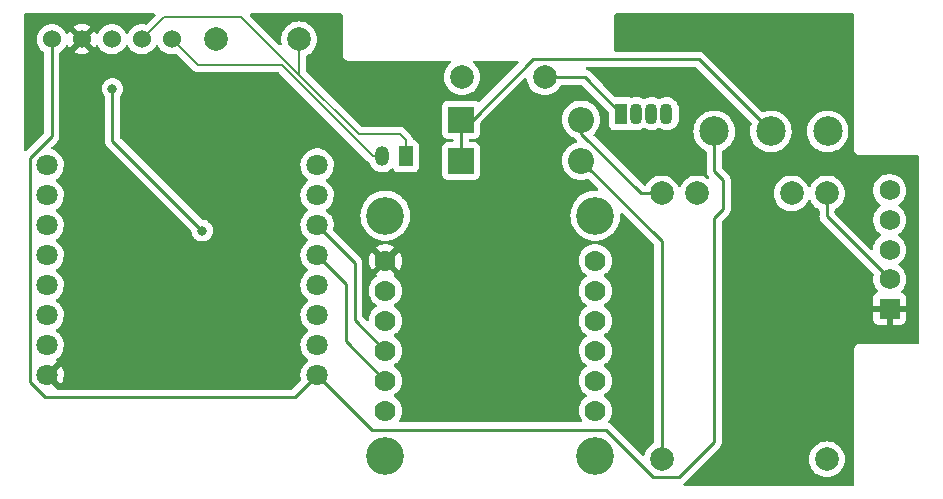
<source format=gtl>
%TF.GenerationSoftware,KiCad,Pcbnew,(6.0.11)*%
%TF.CreationDate,2023-04-10T14:51:40-04:00*%
%TF.ProjectId,IMU-pcb,494d552d-7063-4622-9e6b-696361645f70,rev?*%
%TF.SameCoordinates,Original*%
%TF.FileFunction,Copper,L1,Top*%
%TF.FilePolarity,Positive*%
%FSLAX46Y46*%
G04 Gerber Fmt 4.6, Leading zero omitted, Abs format (unit mm)*
G04 Created by KiCad (PCBNEW (6.0.11)) date 2023-04-10 14:51:40*
%MOMM*%
%LPD*%
G01*
G04 APERTURE LIST*
%TA.AperFunction,ComponentPad*%
%ADD10R,1.200000X1.700000*%
%TD*%
%TA.AperFunction,ComponentPad*%
%ADD11O,1.200000X1.700000*%
%TD*%
%TA.AperFunction,ComponentPad*%
%ADD12C,2.000000*%
%TD*%
%TA.AperFunction,ComponentPad*%
%ADD13R,1.070000X1.800000*%
%TD*%
%TA.AperFunction,ComponentPad*%
%ADD14O,1.070000X1.800000*%
%TD*%
%TA.AperFunction,ComponentPad*%
%ADD15C,1.800000*%
%TD*%
%TA.AperFunction,ComponentPad*%
%ADD16C,1.778000*%
%TD*%
%TA.AperFunction,ComponentPad*%
%ADD17C,3.200000*%
%TD*%
%TA.AperFunction,ComponentPad*%
%ADD18C,1.524000*%
%TD*%
%TA.AperFunction,ComponentPad*%
%ADD19C,2.500000*%
%TD*%
%TA.AperFunction,ComponentPad*%
%ADD20R,1.750000X1.750000*%
%TD*%
%TA.AperFunction,ComponentPad*%
%ADD21C,1.750000*%
%TD*%
%TA.AperFunction,ComponentPad*%
%ADD22R,2.200000X2.200000*%
%TD*%
%TA.AperFunction,ComponentPad*%
%ADD23O,2.200000X2.200000*%
%TD*%
%TA.AperFunction,ViaPad*%
%ADD24C,0.800000*%
%TD*%
%TA.AperFunction,Conductor*%
%ADD25C,0.200000*%
%TD*%
%TA.AperFunction,Conductor*%
%ADD26C,0.250000*%
%TD*%
G04 APERTURE END LIST*
D10*
%TO.P,J2,1,Pin_1*%
%TO.N,B+*%
X142850000Y-81600000D03*
D11*
%TO.P,J2,2,Pin_2*%
%TO.N,B-*%
X140850000Y-81600000D03*
%TD*%
D12*
%TO.P,R2,1*%
%TO.N,Net-(D3-Pad1)*%
X154600000Y-74900000D03*
%TO.P,R2,2*%
%TO.N,RED*%
X147600000Y-74900000D03*
%TD*%
%TO.P,R1,1*%
%TO.N,B+*%
X133800000Y-71700000D03*
%TO.P,R1,2*%
%TO.N,Net-(R1-Pad2)*%
X126800000Y-71700000D03*
%TD*%
D13*
%TO.P,D3,1,RA*%
%TO.N,Net-(D3-Pad1)*%
X161100000Y-78000000D03*
D14*
%TO.P,D3,2,GA*%
%TO.N,GND*%
X162370000Y-78000000D03*
%TO.P,D3,3,BA*%
%TO.N,GRN*%
X163640000Y-78000000D03*
%TO.P,D3,4,K*%
%TO.N,BLU*%
X164910000Y-78000000D03*
%TD*%
D15*
%TO.P,U2,1,Rst*%
%TO.N,unconnected-(U2-Pad1)*%
X112471012Y-82351012D03*
%TO.P,U2,2,A0*%
%TO.N,Net-(R1-Pad2)*%
X112471012Y-84891012D03*
%TO.P,U2,3,D0*%
%TO.N,INT_PIN2*%
X112471012Y-87431012D03*
%TO.P,U2,4,D5*%
%TO.N,INT_PIN1*%
X112471012Y-89971012D03*
%TO.P,U2,5,D6*%
%TO.N,RED*%
X112471012Y-92511012D03*
%TO.P,U2,6,D7*%
%TO.N,GRN*%
X112471012Y-95051012D03*
%TO.P,U2,7,D8*%
%TO.N,BLU*%
X112471012Y-97591012D03*
%TO.P,U2,8,3.3V*%
%TO.N,+3.3V*%
X112471012Y-100131012D03*
%TO.P,U2,9,5V*%
%TO.N,+5V*%
X135331012Y-100131012D03*
%TO.P,U2,10,GND*%
%TO.N,GND*%
X135331012Y-97591012D03*
%TO.P,U2,11,D4*%
%TO.N,unconnected-(U2-Pad11)*%
X135331012Y-95051012D03*
%TO.P,U2,12,D3*%
%TO.N,unconnected-(U2-Pad12)*%
X135331012Y-92511012D03*
%TO.P,U2,13,D2*%
%TO.N,SDA*%
X135331012Y-89971012D03*
%TO.P,U2,14,D1*%
%TO.N,SCL*%
X135331012Y-87431012D03*
%TO.P,U2,15,Rx*%
%TO.N,unconnected-(U2-Pad15)*%
X135331012Y-84891012D03*
%TO.P,U2,16,Tx*%
%TO.N,unconnected-(U2-Pad16)*%
X135331012Y-82351012D03*
%TD*%
D16*
%TO.P,U3,JP1_1,VIN*%
%TO.N,+3.3V*%
X141110000Y-90450000D03*
%TO.P,U3,JP1_2,3VO*%
%TO.N,unconnected-(U3-PadJP1_2)*%
X141110000Y-92990000D03*
%TO.P,U3,JP1_3,GND*%
%TO.N,GND*%
X141110000Y-95530000D03*
%TO.P,U3,JP1_4,SCL*%
%TO.N,SCL*%
X141110000Y-98070000D03*
%TO.P,U3,JP1_5,SDA*%
%TO.N,SDA*%
X141110000Y-100610000D03*
%TO.P,U3,JP1_6,~{INT}*%
%TO.N,INT_PIN1*%
X141110000Y-103150000D03*
%TO.P,U3,JP2_1,BT*%
%TO.N,unconnected-(U3-PadJP2_1)*%
X158890000Y-90450000D03*
%TO.P,U3,JP2_2,P0*%
%TO.N,unconnected-(U3-PadJP2_2)*%
X158890000Y-92990000D03*
%TO.P,U3,JP2_3,P1*%
%TO.N,unconnected-(U3-PadJP2_3)*%
X158890000Y-95530000D03*
%TO.P,U3,JP2_4,~{RST}*%
%TO.N,unconnected-(U3-PadJP2_4)*%
X158890000Y-98070000D03*
%TO.P,U3,JP2_5,DI*%
%TO.N,unconnected-(U3-PadJP2_5)*%
X158890000Y-100610000D03*
%TO.P,U3,JP2_6,CS*%
%TO.N,unconnected-(U3-PadJP2_6)*%
X158890000Y-103150000D03*
D17*
%TO.P,U3,P1*%
%TO.N,N/C*%
X158890000Y-86640000D03*
%TO.P,U3,P2*%
X158890000Y-106960000D03*
%TO.P,U3,P3*%
X141110000Y-86640000D03*
%TO.P,U3,P4*%
X141110000Y-106960000D03*
%TD*%
D18*
%TO.P,J1,1,Pin_1*%
%TO.N,+5V*%
X112880000Y-71700000D03*
%TO.P,J1,2,Pin_2*%
%TO.N,+3.3V*%
X115420000Y-71700000D03*
%TO.P,J1,3,Pin_3*%
%TO.N,GND*%
X117960000Y-71700000D03*
%TO.P,J1,4,Pin_4*%
%TO.N,B+*%
X120500000Y-71700000D03*
%TO.P,J1,5,Pin_5*%
%TO.N,B-*%
X123040000Y-71700000D03*
%TD*%
D19*
%TO.P,S1,1,T1*%
%TO.N,+5V*%
X168950000Y-79500000D03*
%TO.P,S1,2,T2*%
%TO.N,Net-(D1-Pad1)*%
X173750000Y-79500000D03*
%TO.P,S1,3*%
%TO.N,N/C*%
X178550000Y-79500000D03*
%TD*%
D20*
%TO.P,J3,1,Pin_1*%
%TO.N,+3.3V*%
X183800000Y-94500000D03*
D21*
%TO.P,J3,2,Pin_2*%
%TO.N,GND*%
X183800000Y-92000000D03*
%TO.P,J3,3,Pin_3*%
%TO.N,SDA*%
X183800000Y-89500000D03*
%TO.P,J3,4,Pin_4*%
%TO.N,SCL*%
X183800000Y-87000000D03*
%TO.P,J3,5,Pin_5*%
%TO.N,INT_PIN2*%
X183800000Y-84500000D03*
%TD*%
D22*
%TO.P,D2,1,K*%
%TO.N,Net-(D1-Pad1)*%
X147520000Y-78500000D03*
D23*
%TO.P,D2,2,A*%
%TO.N,Net-(D2-Pad2)*%
X157680000Y-78500000D03*
%TD*%
D12*
%TO.P,U1,1,Out+*%
%TO.N,Net-(D2-Pad2)*%
X164500000Y-84750000D03*
%TO.P,U1,2,Battery+*%
%TO.N,B+*%
X167500000Y-84750000D03*
%TO.P,U1,3,Battery-*%
%TO.N,B-*%
X175500000Y-84750000D03*
%TO.P,U1,4,Out-*%
%TO.N,GND*%
X178500000Y-84750000D03*
%TO.P,U1,5,RB+*%
%TO.N,Net-(D1-Pad2)*%
X164500000Y-107250000D03*
%TO.P,U1,6,RB-*%
%TO.N,unconnected-(U1-Pad6)*%
X178500000Y-107250000D03*
%TD*%
D22*
%TO.P,D1,1,K*%
%TO.N,Net-(D1-Pad1)*%
X147520000Y-82000000D03*
D23*
%TO.P,D1,2,A*%
%TO.N,Net-(D1-Pad2)*%
X157680000Y-82000000D03*
%TD*%
D24*
%TO.N,GND*%
X125600000Y-87900000D03*
X118000000Y-75900000D03*
%TD*%
D25*
%TO.N,B+*%
X142850000Y-80250000D02*
X142850000Y-81600000D01*
X122375000Y-69825000D02*
X120500000Y-71700000D01*
X133800000Y-74700000D02*
X128925000Y-69825000D01*
X142350000Y-79750000D02*
X142850000Y-80250000D01*
X133800000Y-71700000D02*
X133800000Y-74700000D01*
X128925000Y-69825000D02*
X122375000Y-69825000D01*
X133800000Y-74700000D02*
X138850000Y-79750000D01*
X138850000Y-79750000D02*
X142350000Y-79750000D01*
%TO.N,B-*%
X140850000Y-81600000D02*
X140050000Y-81600000D01*
X125215000Y-73875000D02*
X132325000Y-73875000D01*
X140050000Y-81600000D02*
X132325000Y-73875000D01*
X123040000Y-71700000D02*
X125215000Y-73875000D01*
D26*
%TO.N,Net-(D1-Pad1)*%
X148500000Y-78500000D02*
X147520000Y-78500000D01*
X153600000Y-73400000D02*
X148500000Y-78500000D01*
X173750000Y-79500000D02*
X167650000Y-73400000D01*
X147520000Y-78500000D02*
X147520000Y-82000000D01*
X167650000Y-73400000D02*
X153600000Y-73400000D01*
%TO.N,Net-(D2-Pad2)*%
X157680000Y-79680000D02*
X162750000Y-84750000D01*
X157680000Y-78500000D02*
X157680000Y-79680000D01*
X162750000Y-84750000D02*
X164500000Y-84750000D01*
%TO.N,Net-(D1-Pad2)*%
X164500000Y-88820000D02*
X164500000Y-107250000D01*
X157680000Y-82000000D02*
X164500000Y-88820000D01*
%TO.N,Net-(D3-Pad1)*%
X161100000Y-78000000D02*
X158000000Y-74900000D01*
X158000000Y-74900000D02*
X154600000Y-74900000D01*
%TO.N,SCL*%
X138520000Y-95080000D02*
X138520000Y-95480000D01*
X138520000Y-90620000D02*
X138520000Y-95080000D01*
X135331012Y-87431012D02*
X138520000Y-90620000D01*
X138520000Y-95480000D02*
X141110000Y-98070000D01*
%TO.N,SDA*%
X137750000Y-97250000D02*
X137750000Y-92390000D01*
X137750000Y-92390000D02*
X135331012Y-89971012D01*
X141110000Y-100610000D02*
X137750000Y-97250000D01*
%TO.N,GND*%
X178500000Y-84750000D02*
X178500000Y-86700000D01*
X178500000Y-86700000D02*
X183800000Y-92000000D01*
X118000000Y-80300000D02*
X125600000Y-87900000D01*
X118000000Y-75900000D02*
X118000000Y-80300000D01*
%TO.N,+5V*%
X163750000Y-108750000D02*
X159750000Y-104750000D01*
X112250000Y-102000000D02*
X111000000Y-100750000D01*
X168950000Y-79500000D02*
X168950000Y-82850000D01*
X159750000Y-104750000D02*
X139950000Y-104750000D01*
X133462024Y-102000000D02*
X112250000Y-102000000D01*
X168950000Y-105800000D02*
X166000000Y-108750000D01*
X111000000Y-100750000D02*
X111000000Y-81750000D01*
X166000000Y-108750000D02*
X163750000Y-108750000D01*
X139950000Y-104750000D02*
X135331012Y-100131012D01*
X169700000Y-83600000D02*
X169700000Y-86100000D01*
X111000000Y-81750000D02*
X112880000Y-79870000D01*
X169700000Y-86100000D02*
X168950000Y-86850000D01*
X168950000Y-82850000D02*
X169700000Y-83600000D01*
X112880000Y-79870000D02*
X112880000Y-71700000D01*
X135331012Y-100131012D02*
X133462024Y-102000000D01*
X168950000Y-86850000D02*
X168950000Y-105800000D01*
%TD*%
%TA.AperFunction,Conductor*%
%TO.N,+3.3V*%
G36*
X121594882Y-69528502D02*
G01*
X121641375Y-69582158D01*
X121651479Y-69652432D01*
X121621985Y-69717012D01*
X121615856Y-69723595D01*
X120910105Y-70429346D01*
X120847793Y-70463372D01*
X120788400Y-70461958D01*
X120721463Y-70444022D01*
X120500000Y-70424647D01*
X120278537Y-70444022D01*
X120147868Y-70479035D01*
X120069114Y-70500137D01*
X120069112Y-70500138D01*
X120063804Y-70501560D01*
X120058823Y-70503882D01*
X120058822Y-70503883D01*
X119867311Y-70593186D01*
X119867306Y-70593189D01*
X119862324Y-70595512D01*
X119857817Y-70598668D01*
X119857815Y-70598669D01*
X119684730Y-70719864D01*
X119684727Y-70719866D01*
X119680219Y-70723023D01*
X119523023Y-70880219D01*
X119519866Y-70884727D01*
X119519864Y-70884730D01*
X119426820Y-71017611D01*
X119395512Y-71062324D01*
X119393189Y-71067306D01*
X119393186Y-71067311D01*
X119344195Y-71172373D01*
X119297277Y-71225658D01*
X119229000Y-71245119D01*
X119161040Y-71224577D01*
X119115805Y-71172373D01*
X119066814Y-71067311D01*
X119066811Y-71067306D01*
X119064488Y-71062324D01*
X119033180Y-71017611D01*
X118940136Y-70884730D01*
X118940134Y-70884727D01*
X118936977Y-70880219D01*
X118779781Y-70723023D01*
X118775273Y-70719866D01*
X118775270Y-70719864D01*
X118693650Y-70662713D01*
X118597677Y-70595512D01*
X118592695Y-70593189D01*
X118592690Y-70593186D01*
X118401178Y-70503883D01*
X118401177Y-70503882D01*
X118396196Y-70501560D01*
X118390888Y-70500138D01*
X118390886Y-70500137D01*
X118312132Y-70479035D01*
X118181463Y-70444022D01*
X117960000Y-70424647D01*
X117738537Y-70444022D01*
X117607868Y-70479035D01*
X117529114Y-70500137D01*
X117529112Y-70500138D01*
X117523804Y-70501560D01*
X117518823Y-70503882D01*
X117518822Y-70503883D01*
X117327311Y-70593186D01*
X117327306Y-70593189D01*
X117322324Y-70595512D01*
X117317817Y-70598668D01*
X117317815Y-70598669D01*
X117144730Y-70719864D01*
X117144727Y-70719866D01*
X117140219Y-70723023D01*
X116983023Y-70880219D01*
X116979866Y-70884727D01*
X116979864Y-70884730D01*
X116886820Y-71017611D01*
X116855512Y-71062324D01*
X116853189Y-71067306D01*
X116853186Y-71067311D01*
X116803919Y-71172965D01*
X116757001Y-71226250D01*
X116688724Y-71245711D01*
X116620764Y-71225169D01*
X116575529Y-71172965D01*
X116526377Y-71067559D01*
X116520897Y-71058068D01*
X116490206Y-71014235D01*
X116479729Y-71005860D01*
X116466282Y-71012928D01*
X115792022Y-71687188D01*
X115784408Y-71701132D01*
X115784539Y-71702965D01*
X115788790Y-71709580D01*
X116467003Y-72387793D01*
X116478777Y-72394223D01*
X116490793Y-72384926D01*
X116520897Y-72341932D01*
X116526377Y-72332441D01*
X116575529Y-72227035D01*
X116622447Y-72173750D01*
X116690724Y-72154289D01*
X116758684Y-72174831D01*
X116803919Y-72227035D01*
X116853186Y-72332689D01*
X116853189Y-72332694D01*
X116855512Y-72337676D01*
X116858668Y-72342183D01*
X116858669Y-72342185D01*
X116895107Y-72394223D01*
X116983023Y-72519781D01*
X117140219Y-72676977D01*
X117144727Y-72680134D01*
X117144730Y-72680136D01*
X117162876Y-72692842D01*
X117322323Y-72804488D01*
X117327305Y-72806811D01*
X117327310Y-72806814D01*
X117517810Y-72895645D01*
X117523804Y-72898440D01*
X117529112Y-72899862D01*
X117529114Y-72899863D01*
X117580680Y-72913680D01*
X117738537Y-72955978D01*
X117960000Y-72975353D01*
X118181463Y-72955978D01*
X118339320Y-72913680D01*
X118390886Y-72899863D01*
X118390888Y-72899862D01*
X118396196Y-72898440D01*
X118402190Y-72895645D01*
X118592690Y-72806814D01*
X118592695Y-72806811D01*
X118597677Y-72804488D01*
X118757124Y-72692842D01*
X118775270Y-72680136D01*
X118775273Y-72680134D01*
X118779781Y-72676977D01*
X118936977Y-72519781D01*
X119024894Y-72394223D01*
X119061331Y-72342185D01*
X119061332Y-72342183D01*
X119064488Y-72337676D01*
X119066811Y-72332694D01*
X119066814Y-72332689D01*
X119115805Y-72227627D01*
X119162723Y-72174342D01*
X119231000Y-72154881D01*
X119298960Y-72175423D01*
X119344195Y-72227627D01*
X119393186Y-72332689D01*
X119393189Y-72332694D01*
X119395512Y-72337676D01*
X119398668Y-72342183D01*
X119398669Y-72342185D01*
X119435107Y-72394223D01*
X119523023Y-72519781D01*
X119680219Y-72676977D01*
X119684727Y-72680134D01*
X119684730Y-72680136D01*
X119702876Y-72692842D01*
X119862323Y-72804488D01*
X119867305Y-72806811D01*
X119867310Y-72806814D01*
X120057810Y-72895645D01*
X120063804Y-72898440D01*
X120069112Y-72899862D01*
X120069114Y-72899863D01*
X120120680Y-72913680D01*
X120278537Y-72955978D01*
X120500000Y-72975353D01*
X120721463Y-72955978D01*
X120879320Y-72913680D01*
X120930886Y-72899863D01*
X120930888Y-72899862D01*
X120936196Y-72898440D01*
X120942190Y-72895645D01*
X121132690Y-72806814D01*
X121132695Y-72806811D01*
X121137677Y-72804488D01*
X121297124Y-72692842D01*
X121315270Y-72680136D01*
X121315273Y-72680134D01*
X121319781Y-72676977D01*
X121476977Y-72519781D01*
X121564894Y-72394223D01*
X121601331Y-72342185D01*
X121601332Y-72342183D01*
X121604488Y-72337676D01*
X121606811Y-72332694D01*
X121606814Y-72332689D01*
X121655805Y-72227627D01*
X121702723Y-72174342D01*
X121771000Y-72154881D01*
X121838960Y-72175423D01*
X121884195Y-72227627D01*
X121933186Y-72332689D01*
X121933189Y-72332694D01*
X121935512Y-72337676D01*
X121938668Y-72342183D01*
X121938669Y-72342185D01*
X121975107Y-72394223D01*
X122063023Y-72519781D01*
X122220219Y-72676977D01*
X122224727Y-72680134D01*
X122224730Y-72680136D01*
X122242876Y-72692842D01*
X122402323Y-72804488D01*
X122407305Y-72806811D01*
X122407310Y-72806814D01*
X122597810Y-72895645D01*
X122603804Y-72898440D01*
X122609112Y-72899862D01*
X122609114Y-72899863D01*
X122660680Y-72913680D01*
X122818537Y-72955978D01*
X123040000Y-72975353D01*
X123261463Y-72955978D01*
X123328399Y-72938042D01*
X123399376Y-72939732D01*
X123450105Y-72970654D01*
X124750685Y-74271234D01*
X124761552Y-74283625D01*
X124781013Y-74308987D01*
X124787563Y-74314013D01*
X124812081Y-74332826D01*
X124812925Y-74333474D01*
X124812928Y-74333477D01*
X124878008Y-74383414D01*
X124908125Y-74406524D01*
X124915751Y-74409683D01*
X124915753Y-74409684D01*
X125048521Y-74464678D01*
X125056150Y-74467838D01*
X125175115Y-74483500D01*
X125175120Y-74483500D01*
X125175129Y-74483501D01*
X125206812Y-74487672D01*
X125215000Y-74488750D01*
X125246693Y-74484578D01*
X125263136Y-74483500D01*
X132020761Y-74483500D01*
X132088882Y-74503502D01*
X132109856Y-74520405D01*
X139585685Y-81996234D01*
X139596552Y-82008625D01*
X139616013Y-82033987D01*
X139622563Y-82039013D01*
X139647921Y-82058471D01*
X139647937Y-82058485D01*
X139677552Y-82081209D01*
X139742664Y-82131171D01*
X139742665Y-82131172D01*
X139743124Y-82131524D01*
X139743069Y-82131596D01*
X139789201Y-82179978D01*
X139798111Y-82202243D01*
X139816092Y-82263534D01*
X139818836Y-82268861D01*
X139818836Y-82268862D01*
X139896705Y-82420053D01*
X139912942Y-82451580D01*
X140043604Y-82617920D01*
X140048135Y-82621852D01*
X140048138Y-82621855D01*
X140170377Y-82727928D01*
X140203363Y-82756552D01*
X140208549Y-82759552D01*
X140208553Y-82759555D01*
X140301388Y-82813261D01*
X140386454Y-82862473D01*
X140586271Y-82931861D01*
X140592206Y-82932722D01*
X140592208Y-82932722D01*
X140789664Y-82961352D01*
X140789667Y-82961352D01*
X140795604Y-82962213D01*
X141006899Y-82952433D01*
X141138077Y-82920819D01*
X141206701Y-82904281D01*
X141206703Y-82904280D01*
X141212534Y-82902875D01*
X141217992Y-82900393D01*
X141217996Y-82900392D01*
X141333041Y-82848084D01*
X141405087Y-82815326D01*
X141537120Y-82721669D01*
X141572725Y-82696412D01*
X141572726Y-82696411D01*
X141577611Y-82692946D01*
X141581753Y-82688619D01*
X141581759Y-82688614D01*
X141599370Y-82670217D01*
X141660925Y-82634840D01*
X141731834Y-82638359D01*
X141789585Y-82679655D01*
X141797490Y-82691651D01*
X141799385Y-82696705D01*
X141804767Y-82703886D01*
X141804768Y-82703888D01*
X141853276Y-82768612D01*
X141886739Y-82813261D01*
X142003295Y-82900615D01*
X142139684Y-82951745D01*
X142201866Y-82958500D01*
X143498134Y-82958500D01*
X143560316Y-82951745D01*
X143696705Y-82900615D01*
X143813261Y-82813261D01*
X143900615Y-82696705D01*
X143951745Y-82560316D01*
X143958500Y-82498134D01*
X143958500Y-80701866D01*
X143951745Y-80639684D01*
X143900615Y-80503295D01*
X143813261Y-80386739D01*
X143696705Y-80299385D01*
X143560316Y-80248255D01*
X143552466Y-80247402D01*
X143544975Y-80245621D01*
X143483329Y-80210403D01*
X143450510Y-80147448D01*
X143449201Y-80139484D01*
X143445584Y-80112005D01*
X143442838Y-80091150D01*
X143435942Y-80074500D01*
X143433638Y-80068939D01*
X143406939Y-80004481D01*
X143381524Y-79943124D01*
X143308478Y-79847929D01*
X143308474Y-79847925D01*
X143297934Y-79834189D01*
X143289016Y-79822566D01*
X143289013Y-79822563D01*
X143283987Y-79816013D01*
X143270726Y-79805837D01*
X143258621Y-79796548D01*
X143246230Y-79785681D01*
X142814315Y-79353766D01*
X142803448Y-79341375D01*
X142789013Y-79322563D01*
X142783987Y-79316013D01*
X142752075Y-79291526D01*
X142752072Y-79291523D01*
X142715241Y-79263261D01*
X142663429Y-79223504D01*
X142663427Y-79223503D01*
X142656876Y-79218476D01*
X142508851Y-79157162D01*
X142500664Y-79156084D01*
X142500663Y-79156084D01*
X142489458Y-79154609D01*
X142458262Y-79150502D01*
X142389885Y-79141500D01*
X142389882Y-79141500D01*
X142389874Y-79141499D01*
X142358189Y-79137328D01*
X142350000Y-79136250D01*
X142318307Y-79140422D01*
X142301864Y-79141500D01*
X139154239Y-79141500D01*
X139086118Y-79121498D01*
X139065144Y-79104595D01*
X134445405Y-74484856D01*
X134411379Y-74422544D01*
X134408500Y-74395761D01*
X134408500Y-73164931D01*
X134428502Y-73096810D01*
X134479082Y-73054543D01*
X134477980Y-73052381D01*
X134482389Y-73050135D01*
X134486963Y-73048240D01*
X134511723Y-73033067D01*
X134685202Y-72926759D01*
X134685208Y-72926755D01*
X134689416Y-72924176D01*
X134869969Y-72769969D01*
X134874257Y-72764949D01*
X134935842Y-72692842D01*
X135024176Y-72589416D01*
X135026755Y-72585208D01*
X135026759Y-72585202D01*
X135145654Y-72391183D01*
X135148240Y-72386963D01*
X135166893Y-72341932D01*
X135237211Y-72172167D01*
X135237212Y-72172165D01*
X135239105Y-72167594D01*
X135263878Y-72064408D01*
X135293380Y-71941524D01*
X135293381Y-71941518D01*
X135294535Y-71936711D01*
X135313165Y-71700000D01*
X135294535Y-71463289D01*
X135265257Y-71341335D01*
X135240260Y-71237218D01*
X135239105Y-71232406D01*
X135236310Y-71225658D01*
X135150135Y-71017611D01*
X135150133Y-71017607D01*
X135148240Y-71013037D01*
X135064461Y-70876322D01*
X135026759Y-70814798D01*
X135026755Y-70814792D01*
X135024176Y-70810584D01*
X134869969Y-70630031D01*
X134689416Y-70475824D01*
X134685208Y-70473245D01*
X134685202Y-70473241D01*
X134491183Y-70354346D01*
X134486963Y-70351760D01*
X134482393Y-70349867D01*
X134482389Y-70349865D01*
X134272167Y-70262789D01*
X134272165Y-70262788D01*
X134267594Y-70260895D01*
X134187391Y-70241640D01*
X134041524Y-70206620D01*
X134041518Y-70206619D01*
X134036711Y-70205465D01*
X133800000Y-70186835D01*
X133563289Y-70205465D01*
X133558482Y-70206619D01*
X133558476Y-70206620D01*
X133412609Y-70241640D01*
X133332406Y-70260895D01*
X133327835Y-70262788D01*
X133327833Y-70262789D01*
X133117611Y-70349865D01*
X133117607Y-70349867D01*
X133113037Y-70351760D01*
X133108817Y-70354346D01*
X132914798Y-70473241D01*
X132914792Y-70473245D01*
X132910584Y-70475824D01*
X132730031Y-70630031D01*
X132575824Y-70810584D01*
X132573245Y-70814792D01*
X132573241Y-70814798D01*
X132535539Y-70876322D01*
X132451760Y-71013037D01*
X132449867Y-71017607D01*
X132449865Y-71017611D01*
X132363690Y-71225658D01*
X132360895Y-71232406D01*
X132359740Y-71237218D01*
X132334744Y-71341335D01*
X132305465Y-71463289D01*
X132286835Y-71700000D01*
X132305465Y-71936711D01*
X132306619Y-71941518D01*
X132306620Y-71941524D01*
X132330133Y-72039461D01*
X132326586Y-72110369D01*
X132285266Y-72168103D01*
X132219292Y-72194333D01*
X132149611Y-72180730D01*
X132118519Y-72157970D01*
X129684144Y-69723595D01*
X129650118Y-69661283D01*
X129655183Y-69590468D01*
X129697730Y-69533632D01*
X129764250Y-69508821D01*
X129773239Y-69508500D01*
X137365500Y-69508500D01*
X137433621Y-69528502D01*
X137480114Y-69582158D01*
X137491500Y-69634500D01*
X137491500Y-72991377D01*
X137491498Y-72992147D01*
X137491024Y-73069721D01*
X137493491Y-73078352D01*
X137499150Y-73098153D01*
X137502728Y-73114915D01*
X137506920Y-73144187D01*
X137510634Y-73152355D01*
X137510634Y-73152356D01*
X137517548Y-73167562D01*
X137523996Y-73185086D01*
X137531051Y-73209771D01*
X137535843Y-73217365D01*
X137535844Y-73217368D01*
X137546830Y-73234780D01*
X137554969Y-73249863D01*
X137567208Y-73276782D01*
X137573069Y-73283584D01*
X137583970Y-73296235D01*
X137595073Y-73311239D01*
X137608776Y-73332958D01*
X137615501Y-73338897D01*
X137615504Y-73338901D01*
X137630938Y-73352532D01*
X137642982Y-73364724D01*
X137656427Y-73380327D01*
X137656430Y-73380329D01*
X137662287Y-73387127D01*
X137669816Y-73392007D01*
X137669817Y-73392008D01*
X137683835Y-73401094D01*
X137698709Y-73412385D01*
X137711217Y-73423431D01*
X137717951Y-73429378D01*
X137744711Y-73441942D01*
X137759691Y-73450263D01*
X137776983Y-73461471D01*
X137776988Y-73461473D01*
X137784515Y-73466352D01*
X137793108Y-73468922D01*
X137793113Y-73468924D01*
X137809120Y-73473711D01*
X137826564Y-73480372D01*
X137841676Y-73487467D01*
X137841678Y-73487468D01*
X137849800Y-73491281D01*
X137858667Y-73492662D01*
X137858668Y-73492662D01*
X137868310Y-73494163D01*
X137879017Y-73495830D01*
X137895732Y-73499613D01*
X137915466Y-73505515D01*
X137915472Y-73505516D01*
X137924066Y-73508086D01*
X137933037Y-73508141D01*
X137933038Y-73508141D01*
X137943097Y-73508202D01*
X137958506Y-73508296D01*
X137959289Y-73508329D01*
X137960386Y-73508500D01*
X137991377Y-73508500D01*
X137992147Y-73508502D01*
X138065785Y-73508952D01*
X138065786Y-73508952D01*
X138069721Y-73508976D01*
X138071065Y-73508592D01*
X138072410Y-73508500D01*
X146564957Y-73508500D01*
X146633078Y-73528502D01*
X146679571Y-73582158D01*
X146689675Y-73652432D01*
X146660181Y-73717012D01*
X146646788Y-73730311D01*
X146530031Y-73830031D01*
X146375824Y-74010584D01*
X146373245Y-74014792D01*
X146373241Y-74014798D01*
X146343638Y-74063106D01*
X146251760Y-74213037D01*
X146249867Y-74217607D01*
X146249865Y-74217611D01*
X146166968Y-74417745D01*
X146160895Y-74432406D01*
X146105465Y-74663289D01*
X146086835Y-74900000D01*
X146105465Y-75136711D01*
X146160895Y-75367594D01*
X146162788Y-75372165D01*
X146162789Y-75372167D01*
X146234807Y-75546034D01*
X146251760Y-75586963D01*
X146254346Y-75591183D01*
X146373241Y-75785202D01*
X146373245Y-75785208D01*
X146375824Y-75789416D01*
X146530031Y-75969969D01*
X146710584Y-76124176D01*
X146714792Y-76126755D01*
X146714798Y-76126759D01*
X146908817Y-76245654D01*
X146913037Y-76248240D01*
X146917607Y-76250133D01*
X146917611Y-76250135D01*
X147127833Y-76337211D01*
X147132406Y-76339105D01*
X147212609Y-76358360D01*
X147358476Y-76393380D01*
X147358482Y-76393381D01*
X147363289Y-76394535D01*
X147600000Y-76413165D01*
X147836711Y-76394535D01*
X147841518Y-76393381D01*
X147841524Y-76393380D01*
X147987391Y-76358360D01*
X148067594Y-76339105D01*
X148072167Y-76337211D01*
X148282389Y-76250135D01*
X148282393Y-76250133D01*
X148286963Y-76248240D01*
X148291183Y-76245654D01*
X148485202Y-76126759D01*
X148485208Y-76126755D01*
X148489416Y-76124176D01*
X148669969Y-75969969D01*
X148824176Y-75789416D01*
X148826755Y-75785208D01*
X148826759Y-75785202D01*
X148945654Y-75591183D01*
X148948240Y-75586963D01*
X148965194Y-75546034D01*
X149037211Y-75372167D01*
X149037212Y-75372165D01*
X149039105Y-75367594D01*
X149094535Y-75136711D01*
X149113165Y-74900000D01*
X149094535Y-74663289D01*
X149039105Y-74432406D01*
X149033032Y-74417745D01*
X148950135Y-74217611D01*
X148950133Y-74217607D01*
X148948240Y-74213037D01*
X148856362Y-74063106D01*
X148826759Y-74014798D01*
X148826755Y-74014792D01*
X148824176Y-74010584D01*
X148669969Y-73830031D01*
X148553212Y-73730311D01*
X148514403Y-73670861D01*
X148513897Y-73599866D01*
X148551853Y-73539867D01*
X148616221Y-73509914D01*
X148635043Y-73508500D01*
X152291405Y-73508500D01*
X152359526Y-73528502D01*
X152406019Y-73582158D01*
X152416123Y-73652432D01*
X152386629Y-73717012D01*
X152380500Y-73723595D01*
X149108575Y-76995520D01*
X149046263Y-77029546D01*
X148975448Y-77024481D01*
X148943915Y-77007251D01*
X148866705Y-76949385D01*
X148730316Y-76898255D01*
X148668134Y-76891500D01*
X146371866Y-76891500D01*
X146309684Y-76898255D01*
X146173295Y-76949385D01*
X146056739Y-77036739D01*
X145969385Y-77153295D01*
X145918255Y-77289684D01*
X145911500Y-77351866D01*
X145911500Y-79648134D01*
X145918255Y-79710316D01*
X145969385Y-79846705D01*
X146056739Y-79963261D01*
X146173295Y-80050615D01*
X146309684Y-80101745D01*
X146371866Y-80108500D01*
X146760500Y-80108500D01*
X146828621Y-80128502D01*
X146875114Y-80182158D01*
X146886500Y-80234500D01*
X146886500Y-80265500D01*
X146866498Y-80333621D01*
X146812842Y-80380114D01*
X146760500Y-80391500D01*
X146371866Y-80391500D01*
X146309684Y-80398255D01*
X146173295Y-80449385D01*
X146056739Y-80536739D01*
X145969385Y-80653295D01*
X145918255Y-80789684D01*
X145911500Y-80851866D01*
X145911500Y-83148134D01*
X145918255Y-83210316D01*
X145969385Y-83346705D01*
X146056739Y-83463261D01*
X146173295Y-83550615D01*
X146309684Y-83601745D01*
X146371866Y-83608500D01*
X148668134Y-83608500D01*
X148730316Y-83601745D01*
X148866705Y-83550615D01*
X148983261Y-83463261D01*
X149070615Y-83346705D01*
X149121745Y-83210316D01*
X149128500Y-83148134D01*
X149128500Y-80851866D01*
X149121745Y-80789684D01*
X149070615Y-80653295D01*
X148983261Y-80536739D01*
X148866705Y-80449385D01*
X148730316Y-80398255D01*
X148668134Y-80391500D01*
X148279500Y-80391500D01*
X148211379Y-80371498D01*
X148164886Y-80317842D01*
X148153500Y-80265500D01*
X148153500Y-80234500D01*
X148173502Y-80166379D01*
X148227158Y-80119886D01*
X148279500Y-80108500D01*
X148668134Y-80108500D01*
X148730316Y-80101745D01*
X148866705Y-80050615D01*
X148983261Y-79963261D01*
X149070615Y-79846705D01*
X149121745Y-79710316D01*
X149128500Y-79648134D01*
X149128500Y-78819594D01*
X149148502Y-78751473D01*
X149165405Y-78730499D01*
X152886938Y-75008966D01*
X152949250Y-74974940D01*
X153020065Y-74980005D01*
X153076901Y-75022552D01*
X153101645Y-75088175D01*
X153105465Y-75136711D01*
X153160895Y-75367594D01*
X153162788Y-75372165D01*
X153162789Y-75372167D01*
X153234807Y-75546034D01*
X153251760Y-75586963D01*
X153254346Y-75591183D01*
X153373241Y-75785202D01*
X153373245Y-75785208D01*
X153375824Y-75789416D01*
X153530031Y-75969969D01*
X153710584Y-76124176D01*
X153714792Y-76126755D01*
X153714798Y-76126759D01*
X153908817Y-76245654D01*
X153913037Y-76248240D01*
X153917607Y-76250133D01*
X153917611Y-76250135D01*
X154127833Y-76337211D01*
X154132406Y-76339105D01*
X154212609Y-76358360D01*
X154358476Y-76393380D01*
X154358482Y-76393381D01*
X154363289Y-76394535D01*
X154600000Y-76413165D01*
X154836711Y-76394535D01*
X154841518Y-76393381D01*
X154841524Y-76393380D01*
X154987391Y-76358360D01*
X155067594Y-76339105D01*
X155072167Y-76337211D01*
X155282389Y-76250135D01*
X155282393Y-76250133D01*
X155286963Y-76248240D01*
X155291183Y-76245654D01*
X155485202Y-76126759D01*
X155485208Y-76126755D01*
X155489416Y-76124176D01*
X155669969Y-75969969D01*
X155824176Y-75789416D01*
X155826755Y-75785208D01*
X155826759Y-75785202D01*
X155944133Y-75593665D01*
X155996781Y-75546034D01*
X156051566Y-75533500D01*
X157685406Y-75533500D01*
X157753527Y-75553502D01*
X157774501Y-75570405D01*
X160019595Y-77815500D01*
X160053621Y-77877812D01*
X160056500Y-77904595D01*
X160056500Y-78948134D01*
X160063255Y-79010316D01*
X160114385Y-79146705D01*
X160201739Y-79263261D01*
X160318295Y-79350615D01*
X160454684Y-79401745D01*
X160516866Y-79408500D01*
X161683134Y-79408500D01*
X161745316Y-79401745D01*
X161814081Y-79375966D01*
X161873303Y-79353765D01*
X161873304Y-79353764D01*
X161881705Y-79350615D01*
X161886467Y-79347046D01*
X161954338Y-79332201D01*
X161982750Y-79337525D01*
X162007638Y-79345229D01*
X162159160Y-79392133D01*
X162165282Y-79392776D01*
X162165285Y-79392777D01*
X162356551Y-79412879D01*
X162356553Y-79412879D01*
X162362680Y-79413523D01*
X162448066Y-79405752D01*
X162560339Y-79395535D01*
X162560342Y-79395534D01*
X162566478Y-79394976D01*
X162572384Y-79393238D01*
X162572388Y-79393237D01*
X162681015Y-79361266D01*
X162762793Y-79337198D01*
X162768251Y-79334345D01*
X162768255Y-79334343D01*
X162944147Y-79242388D01*
X162944955Y-79243934D01*
X163004960Y-79225769D01*
X163065943Y-79240929D01*
X163071501Y-79243934D01*
X163233671Y-79331619D01*
X163429160Y-79392133D01*
X163435282Y-79392776D01*
X163435285Y-79392777D01*
X163626551Y-79412879D01*
X163626553Y-79412879D01*
X163632680Y-79413523D01*
X163718066Y-79405752D01*
X163830339Y-79395535D01*
X163830342Y-79395534D01*
X163836478Y-79394976D01*
X163842384Y-79393238D01*
X163842388Y-79393237D01*
X163951015Y-79361266D01*
X164032793Y-79337198D01*
X164038251Y-79334345D01*
X164038255Y-79334343D01*
X164214147Y-79242388D01*
X164214955Y-79243934D01*
X164274960Y-79225769D01*
X164335943Y-79240929D01*
X164341501Y-79243934D01*
X164503671Y-79331619D01*
X164699160Y-79392133D01*
X164705282Y-79392776D01*
X164705285Y-79392777D01*
X164896551Y-79412879D01*
X164896553Y-79412879D01*
X164902680Y-79413523D01*
X164988066Y-79405752D01*
X165100339Y-79395535D01*
X165100342Y-79395534D01*
X165106478Y-79394976D01*
X165112384Y-79393238D01*
X165112388Y-79393237D01*
X165221015Y-79361266D01*
X165302793Y-79337198D01*
X165308251Y-79334345D01*
X165308255Y-79334343D01*
X165433928Y-79268642D01*
X165484147Y-79242388D01*
X165544650Y-79193743D01*
X165638824Y-79118025D01*
X165643631Y-79114160D01*
X165775172Y-78957396D01*
X165873758Y-78778067D01*
X165880373Y-78757216D01*
X165933774Y-78588875D01*
X165935636Y-78583006D01*
X165953500Y-78423744D01*
X165953500Y-77583505D01*
X165938580Y-77431336D01*
X165879432Y-77235429D01*
X165831396Y-77145086D01*
X165786253Y-77060184D01*
X165786251Y-77060181D01*
X165783359Y-77054742D01*
X165779469Y-77049972D01*
X165779466Y-77049968D01*
X165657915Y-76900932D01*
X165657912Y-76900929D01*
X165654020Y-76896157D01*
X165496341Y-76765713D01*
X165316329Y-76668381D01*
X165120840Y-76607867D01*
X165114718Y-76607224D01*
X165114715Y-76607223D01*
X164923449Y-76587121D01*
X164923447Y-76587121D01*
X164917320Y-76586477D01*
X164858072Y-76591869D01*
X164719661Y-76604465D01*
X164719658Y-76604466D01*
X164713522Y-76605024D01*
X164707616Y-76606762D01*
X164707612Y-76606763D01*
X164598985Y-76638734D01*
X164517207Y-76662802D01*
X164511749Y-76665655D01*
X164511745Y-76665657D01*
X164335853Y-76757612D01*
X164335045Y-76756066D01*
X164275040Y-76774231D01*
X164214057Y-76759071D01*
X164080209Y-76686700D01*
X164046329Y-76668381D01*
X163850840Y-76607867D01*
X163844718Y-76607224D01*
X163844715Y-76607223D01*
X163653449Y-76587121D01*
X163653447Y-76587121D01*
X163647320Y-76586477D01*
X163588072Y-76591869D01*
X163449661Y-76604465D01*
X163449658Y-76604466D01*
X163443522Y-76605024D01*
X163437616Y-76606762D01*
X163437612Y-76606763D01*
X163328985Y-76638734D01*
X163247207Y-76662802D01*
X163241749Y-76665655D01*
X163241745Y-76665657D01*
X163065853Y-76757612D01*
X163065045Y-76756066D01*
X163005040Y-76774231D01*
X162944057Y-76759071D01*
X162810209Y-76686700D01*
X162776329Y-76668381D01*
X162580840Y-76607867D01*
X162574718Y-76607224D01*
X162574715Y-76607223D01*
X162383449Y-76587121D01*
X162383447Y-76587121D01*
X162377320Y-76586477D01*
X162318072Y-76591869D01*
X162179661Y-76604465D01*
X162179658Y-76604466D01*
X162173522Y-76605024D01*
X162167616Y-76606762D01*
X162167612Y-76606763D01*
X162033501Y-76646234D01*
X161979500Y-76662127D01*
X161908504Y-76662172D01*
X161886716Y-76653140D01*
X161881705Y-76649385D01*
X161873304Y-76646236D01*
X161873301Y-76646234D01*
X161761881Y-76604465D01*
X161745316Y-76598255D01*
X161683134Y-76591500D01*
X160639594Y-76591500D01*
X160571473Y-76571498D01*
X160550499Y-76554595D01*
X159541939Y-75546034D01*
X158503652Y-74507747D01*
X158496112Y-74499461D01*
X158492000Y-74492982D01*
X158481901Y-74483498D01*
X158442349Y-74446357D01*
X158439507Y-74443602D01*
X158419770Y-74423865D01*
X158416573Y-74421385D01*
X158407551Y-74413680D01*
X158399931Y-74406524D01*
X158375321Y-74383414D01*
X158368375Y-74379595D01*
X158368372Y-74379593D01*
X158357566Y-74373652D01*
X158341047Y-74362801D01*
X158340583Y-74362441D01*
X158325041Y-74350386D01*
X158317772Y-74347241D01*
X158317768Y-74347238D01*
X158284463Y-74332826D01*
X158273813Y-74327609D01*
X158235060Y-74306305D01*
X158215437Y-74301267D01*
X158196734Y-74294863D01*
X158185420Y-74289967D01*
X158185419Y-74289967D01*
X158178145Y-74286819D01*
X158170320Y-74285579D01*
X158170311Y-74285577D01*
X158160026Y-74283948D01*
X158095873Y-74253535D01*
X158058347Y-74193267D01*
X158059362Y-74122277D01*
X158098595Y-74063106D01*
X158163591Y-74034539D01*
X158179738Y-74033500D01*
X167335406Y-74033500D01*
X167403527Y-74053502D01*
X167424501Y-74070405D01*
X172081952Y-78727857D01*
X172115978Y-78790169D01*
X172109054Y-78865677D01*
X172077697Y-78940455D01*
X172013359Y-79193783D01*
X172012891Y-79198434D01*
X172012890Y-79198438D01*
X172007086Y-79256081D01*
X171987173Y-79453839D01*
X171987397Y-79458505D01*
X171987397Y-79458511D01*
X171993443Y-79584373D01*
X171999713Y-79714908D01*
X172050704Y-79971256D01*
X172139026Y-80217252D01*
X172147538Y-80233093D01*
X172241248Y-80407497D01*
X172262737Y-80447491D01*
X172265532Y-80451234D01*
X172265534Y-80451237D01*
X172416330Y-80653177D01*
X172416335Y-80653183D01*
X172419122Y-80656915D01*
X172422431Y-80660195D01*
X172422436Y-80660201D01*
X172562174Y-80798724D01*
X172604743Y-80840923D01*
X172608505Y-80843681D01*
X172608508Y-80843684D01*
X172811750Y-80992707D01*
X172815524Y-80995474D01*
X172819667Y-80997654D01*
X172819669Y-80997655D01*
X173042684Y-81114989D01*
X173042689Y-81114991D01*
X173046834Y-81117172D01*
X173148498Y-81152675D01*
X173241311Y-81185087D01*
X173293590Y-81203344D01*
X173298183Y-81204216D01*
X173545785Y-81251224D01*
X173545788Y-81251224D01*
X173550374Y-81252095D01*
X173680958Y-81257226D01*
X173806875Y-81262174D01*
X173806881Y-81262174D01*
X173811543Y-81262357D01*
X173900696Y-81252593D01*
X174066707Y-81234412D01*
X174066712Y-81234411D01*
X174071360Y-81233902D01*
X174075884Y-81232711D01*
X174319594Y-81168548D01*
X174319596Y-81168547D01*
X174324117Y-81167357D01*
X174330707Y-81164526D01*
X174485193Y-81098153D01*
X174564262Y-81064182D01*
X174601070Y-81041405D01*
X174782547Y-80929104D01*
X174782548Y-80929104D01*
X174786519Y-80926646D01*
X174790082Y-80923629D01*
X174790087Y-80923626D01*
X174982439Y-80760787D01*
X174982440Y-80760786D01*
X174986005Y-80757768D01*
X175077615Y-80653307D01*
X175155257Y-80564774D01*
X175155261Y-80564769D01*
X175158339Y-80561259D01*
X175169493Y-80543919D01*
X175262135Y-80399889D01*
X175299733Y-80341437D01*
X175407083Y-80103129D01*
X175446530Y-79963261D01*
X175476760Y-79856076D01*
X175476761Y-79856073D01*
X175478030Y-79851572D01*
X175495058Y-79717715D01*
X175510616Y-79595421D01*
X175510616Y-79595417D01*
X175511014Y-79592291D01*
X175513431Y-79500000D01*
X175510001Y-79453839D01*
X176787173Y-79453839D01*
X176787397Y-79458505D01*
X176787397Y-79458511D01*
X176793443Y-79584373D01*
X176799713Y-79714908D01*
X176850704Y-79971256D01*
X176939026Y-80217252D01*
X176947538Y-80233093D01*
X177041248Y-80407497D01*
X177062737Y-80447491D01*
X177065532Y-80451234D01*
X177065534Y-80451237D01*
X177216330Y-80653177D01*
X177216335Y-80653183D01*
X177219122Y-80656915D01*
X177222431Y-80660195D01*
X177222436Y-80660201D01*
X177362174Y-80798724D01*
X177404743Y-80840923D01*
X177408505Y-80843681D01*
X177408508Y-80843684D01*
X177611750Y-80992707D01*
X177615524Y-80995474D01*
X177619667Y-80997654D01*
X177619669Y-80997655D01*
X177842684Y-81114989D01*
X177842689Y-81114991D01*
X177846834Y-81117172D01*
X177948498Y-81152675D01*
X178041311Y-81185087D01*
X178093590Y-81203344D01*
X178098183Y-81204216D01*
X178345785Y-81251224D01*
X178345788Y-81251224D01*
X178350374Y-81252095D01*
X178480958Y-81257226D01*
X178606875Y-81262174D01*
X178606881Y-81262174D01*
X178611543Y-81262357D01*
X178700696Y-81252593D01*
X178866707Y-81234412D01*
X178866712Y-81234411D01*
X178871360Y-81233902D01*
X178875884Y-81232711D01*
X179119594Y-81168548D01*
X179119596Y-81168547D01*
X179124117Y-81167357D01*
X179130707Y-81164526D01*
X179285193Y-81098153D01*
X179364262Y-81064182D01*
X179401070Y-81041405D01*
X179582547Y-80929104D01*
X179582548Y-80929104D01*
X179586519Y-80926646D01*
X179590082Y-80923629D01*
X179590087Y-80923626D01*
X179782439Y-80760787D01*
X179782440Y-80760786D01*
X179786005Y-80757768D01*
X179877615Y-80653307D01*
X179955257Y-80564774D01*
X179955261Y-80564769D01*
X179958339Y-80561259D01*
X179969493Y-80543919D01*
X180062135Y-80399889D01*
X180099733Y-80341437D01*
X180207083Y-80103129D01*
X180246530Y-79963261D01*
X180276760Y-79856076D01*
X180276761Y-79856073D01*
X180278030Y-79851572D01*
X180295058Y-79717715D01*
X180310616Y-79595421D01*
X180310616Y-79595417D01*
X180311014Y-79592291D01*
X180313431Y-79500000D01*
X180309595Y-79448376D01*
X180294407Y-79244000D01*
X180294406Y-79243996D01*
X180294061Y-79239348D01*
X180290989Y-79225769D01*
X180237408Y-78988980D01*
X180236377Y-78984423D01*
X180172279Y-78819594D01*
X180143340Y-78745176D01*
X180143339Y-78745173D01*
X180141647Y-78740823D01*
X180135747Y-78730499D01*
X180093626Y-78656804D01*
X180011951Y-78513902D01*
X179850138Y-78308643D01*
X179659763Y-78129557D01*
X179481976Y-78006221D01*
X179448851Y-77983241D01*
X179448848Y-77983239D01*
X179445009Y-77980576D01*
X179440816Y-77978508D01*
X179214781Y-77867040D01*
X179214778Y-77867039D01*
X179210593Y-77864975D01*
X179171325Y-77852405D01*
X178966123Y-77786720D01*
X178961665Y-77785293D01*
X178703693Y-77743279D01*
X178589942Y-77741790D01*
X178447022Y-77739919D01*
X178447019Y-77739919D01*
X178442345Y-77739858D01*
X178183362Y-77775104D01*
X177932433Y-77848243D01*
X177928180Y-77850203D01*
X177928179Y-77850204D01*
X177895069Y-77865468D01*
X177695072Y-77957668D01*
X177656067Y-77983241D01*
X177480404Y-78098410D01*
X177480399Y-78098414D01*
X177476491Y-78100976D01*
X177281494Y-78275018D01*
X177114363Y-78475970D01*
X177111934Y-78479973D01*
X177045851Y-78588875D01*
X176978771Y-78699419D01*
X176877697Y-78940455D01*
X176813359Y-79193783D01*
X176812891Y-79198434D01*
X176812890Y-79198438D01*
X176807086Y-79256081D01*
X176787173Y-79453839D01*
X175510001Y-79453839D01*
X175509595Y-79448376D01*
X175494407Y-79244000D01*
X175494406Y-79243996D01*
X175494061Y-79239348D01*
X175490989Y-79225769D01*
X175437408Y-78988980D01*
X175436377Y-78984423D01*
X175372279Y-78819594D01*
X175343340Y-78745176D01*
X175343339Y-78745173D01*
X175341647Y-78740823D01*
X175335747Y-78730499D01*
X175293626Y-78656804D01*
X175211951Y-78513902D01*
X175050138Y-78308643D01*
X174859763Y-78129557D01*
X174681976Y-78006221D01*
X174648851Y-77983241D01*
X174648848Y-77983239D01*
X174645009Y-77980576D01*
X174640816Y-77978508D01*
X174414781Y-77867040D01*
X174414778Y-77867039D01*
X174410593Y-77864975D01*
X174371325Y-77852405D01*
X174166123Y-77786720D01*
X174161665Y-77785293D01*
X173903693Y-77743279D01*
X173789942Y-77741790D01*
X173647022Y-77739919D01*
X173647019Y-77739919D01*
X173642345Y-77739858D01*
X173383362Y-77775104D01*
X173132433Y-77848243D01*
X173117535Y-77855111D01*
X173047298Y-77865468D01*
X172982612Y-77836208D01*
X172975686Y-77829782D01*
X168153652Y-73007747D01*
X168146112Y-72999461D01*
X168142000Y-72992982D01*
X168092348Y-72946356D01*
X168089507Y-72943602D01*
X168069770Y-72923865D01*
X168066573Y-72921385D01*
X168057551Y-72913680D01*
X168025321Y-72883414D01*
X168018375Y-72879595D01*
X168018372Y-72879593D01*
X168007566Y-72873652D01*
X167991047Y-72862801D01*
X167990583Y-72862441D01*
X167975041Y-72850386D01*
X167967772Y-72847241D01*
X167967768Y-72847238D01*
X167934463Y-72832826D01*
X167923813Y-72827609D01*
X167885060Y-72806305D01*
X167865437Y-72801267D01*
X167846734Y-72794863D01*
X167835420Y-72789967D01*
X167835419Y-72789967D01*
X167828145Y-72786819D01*
X167820322Y-72785580D01*
X167820312Y-72785577D01*
X167784476Y-72779901D01*
X167772856Y-72777495D01*
X167737711Y-72768472D01*
X167737710Y-72768472D01*
X167730030Y-72766500D01*
X167709776Y-72766500D01*
X167690065Y-72764949D01*
X167677886Y-72763020D01*
X167670057Y-72761780D01*
X167662165Y-72762526D01*
X167626039Y-72765941D01*
X167614181Y-72766500D01*
X160634500Y-72766500D01*
X160566379Y-72746498D01*
X160519886Y-72692842D01*
X160508500Y-72640500D01*
X160508500Y-69634500D01*
X160528502Y-69566379D01*
X160582158Y-69519886D01*
X160634500Y-69508500D01*
X180665500Y-69508500D01*
X180733621Y-69528502D01*
X180780114Y-69582158D01*
X180791500Y-69634500D01*
X180791500Y-80991377D01*
X180791498Y-80992147D01*
X180791024Y-81069721D01*
X180793491Y-81078352D01*
X180799150Y-81098153D01*
X180802728Y-81114915D01*
X180806920Y-81144187D01*
X180816168Y-81164526D01*
X180817548Y-81167562D01*
X180823996Y-81185086D01*
X180831051Y-81209771D01*
X180835843Y-81217365D01*
X180835844Y-81217368D01*
X180846830Y-81234780D01*
X180854969Y-81249863D01*
X180867208Y-81276782D01*
X180873069Y-81283584D01*
X180883970Y-81296235D01*
X180895073Y-81311239D01*
X180908776Y-81332958D01*
X180915501Y-81338897D01*
X180915504Y-81338901D01*
X180930938Y-81352532D01*
X180942982Y-81364724D01*
X180956427Y-81380327D01*
X180956430Y-81380329D01*
X180962287Y-81387127D01*
X180969816Y-81392007D01*
X180969817Y-81392008D01*
X180983835Y-81401094D01*
X180998709Y-81412385D01*
X181011217Y-81423431D01*
X181017951Y-81429378D01*
X181044711Y-81441942D01*
X181059691Y-81450263D01*
X181076983Y-81461471D01*
X181076988Y-81461473D01*
X181084515Y-81466352D01*
X181093108Y-81468922D01*
X181093113Y-81468924D01*
X181109120Y-81473711D01*
X181126564Y-81480372D01*
X181141676Y-81487467D01*
X181141678Y-81487468D01*
X181149800Y-81491281D01*
X181158667Y-81492662D01*
X181158668Y-81492662D01*
X181160974Y-81493021D01*
X181179017Y-81495830D01*
X181195732Y-81499613D01*
X181215466Y-81505515D01*
X181215472Y-81505516D01*
X181224066Y-81508086D01*
X181233037Y-81508141D01*
X181233038Y-81508141D01*
X181243097Y-81508202D01*
X181258506Y-81508296D01*
X181259289Y-81508329D01*
X181260386Y-81508500D01*
X181291377Y-81508500D01*
X181292147Y-81508502D01*
X181365785Y-81508952D01*
X181365786Y-81508952D01*
X181369721Y-81508976D01*
X181371065Y-81508592D01*
X181372410Y-81508500D01*
X186165500Y-81508500D01*
X186233621Y-81528502D01*
X186280114Y-81582158D01*
X186291500Y-81634500D01*
X186291500Y-97365500D01*
X186271498Y-97433621D01*
X186217842Y-97480114D01*
X186165500Y-97491500D01*
X181308623Y-97491500D01*
X181307853Y-97491498D01*
X181307037Y-97491493D01*
X181230279Y-97491024D01*
X181212928Y-97495983D01*
X181201847Y-97499150D01*
X181185085Y-97502728D01*
X181155813Y-97506920D01*
X181147645Y-97510634D01*
X181147644Y-97510634D01*
X181132438Y-97517548D01*
X181114914Y-97523996D01*
X181090229Y-97531051D01*
X181082635Y-97535843D01*
X181082632Y-97535844D01*
X181065220Y-97546830D01*
X181050137Y-97554969D01*
X181023218Y-97567208D01*
X181016416Y-97573069D01*
X181003765Y-97583970D01*
X180988761Y-97595073D01*
X180967042Y-97608776D01*
X180961103Y-97615501D01*
X180961099Y-97615504D01*
X180947468Y-97630938D01*
X180935276Y-97642982D01*
X180919673Y-97656427D01*
X180919671Y-97656430D01*
X180912873Y-97662287D01*
X180907993Y-97669816D01*
X180907992Y-97669817D01*
X180898906Y-97683835D01*
X180887615Y-97698709D01*
X180876569Y-97711217D01*
X180870622Y-97717951D01*
X180858058Y-97744711D01*
X180849737Y-97759691D01*
X180838529Y-97776983D01*
X180838527Y-97776988D01*
X180833648Y-97784515D01*
X180831078Y-97793108D01*
X180831076Y-97793113D01*
X180826289Y-97809120D01*
X180819628Y-97826564D01*
X180812533Y-97841676D01*
X180808719Y-97849800D01*
X180807338Y-97858667D01*
X180807338Y-97858668D01*
X180804170Y-97879015D01*
X180800387Y-97895732D01*
X180794485Y-97915466D01*
X180794484Y-97915472D01*
X180791914Y-97924066D01*
X180791859Y-97933037D01*
X180791859Y-97933038D01*
X180791704Y-97958497D01*
X180791671Y-97959289D01*
X180791500Y-97960386D01*
X180791500Y-97991377D01*
X180791498Y-97992147D01*
X180791024Y-98069721D01*
X180791408Y-98071065D01*
X180791500Y-98072410D01*
X180791500Y-109365500D01*
X180771498Y-109433621D01*
X180717842Y-109480114D01*
X180665500Y-109491500D01*
X166451266Y-109491500D01*
X166383145Y-109471498D01*
X166336652Y-109417842D01*
X166326548Y-109347568D01*
X166356042Y-109282988D01*
X166378744Y-109264044D01*
X166378273Y-109263437D01*
X166384534Y-109258580D01*
X166391362Y-109254542D01*
X166405683Y-109240221D01*
X166420717Y-109227380D01*
X166422432Y-109226134D01*
X166437107Y-109215472D01*
X166465298Y-109181395D01*
X166473288Y-109172616D01*
X168395905Y-107250000D01*
X176986835Y-107250000D01*
X177005465Y-107486711D01*
X177006619Y-107491518D01*
X177006620Y-107491524D01*
X177011308Y-107511050D01*
X177060895Y-107717594D01*
X177151760Y-107936963D01*
X177154346Y-107941183D01*
X177273241Y-108135202D01*
X177273245Y-108135208D01*
X177275824Y-108139416D01*
X177430031Y-108319969D01*
X177433787Y-108323177D01*
X177438504Y-108327206D01*
X177610584Y-108474176D01*
X177614792Y-108476755D01*
X177614798Y-108476759D01*
X177808817Y-108595654D01*
X177813037Y-108598240D01*
X177817607Y-108600133D01*
X177817611Y-108600135D01*
X178027833Y-108687211D01*
X178032406Y-108689105D01*
X178099967Y-108705325D01*
X178258476Y-108743380D01*
X178258482Y-108743381D01*
X178263289Y-108744535D01*
X178500000Y-108763165D01*
X178736711Y-108744535D01*
X178741518Y-108743381D01*
X178741524Y-108743380D01*
X178900033Y-108705325D01*
X178967594Y-108689105D01*
X178972167Y-108687211D01*
X179182389Y-108600135D01*
X179182393Y-108600133D01*
X179186963Y-108598240D01*
X179191183Y-108595654D01*
X179385202Y-108476759D01*
X179385208Y-108476755D01*
X179389416Y-108474176D01*
X179561496Y-108327206D01*
X179566213Y-108323177D01*
X179569969Y-108319969D01*
X179724176Y-108139416D01*
X179726755Y-108135208D01*
X179726759Y-108135202D01*
X179845654Y-107941183D01*
X179848240Y-107936963D01*
X179939105Y-107717594D01*
X179988692Y-107511050D01*
X179993380Y-107491524D01*
X179993381Y-107491518D01*
X179994535Y-107486711D01*
X180013165Y-107250000D01*
X179994535Y-107013289D01*
X179992960Y-107006726D01*
X179940260Y-106787218D01*
X179939105Y-106782406D01*
X179895632Y-106677452D01*
X179850135Y-106567611D01*
X179850133Y-106567607D01*
X179848240Y-106563037D01*
X179845654Y-106558817D01*
X179726759Y-106364798D01*
X179726755Y-106364792D01*
X179724176Y-106360584D01*
X179569969Y-106180031D01*
X179389416Y-106025824D01*
X179385208Y-106023245D01*
X179385202Y-106023241D01*
X179191183Y-105904346D01*
X179186963Y-105901760D01*
X179182393Y-105899867D01*
X179182389Y-105899865D01*
X178972167Y-105812789D01*
X178972165Y-105812788D01*
X178967594Y-105810895D01*
X178887391Y-105791640D01*
X178741524Y-105756620D01*
X178741518Y-105756619D01*
X178736711Y-105755465D01*
X178500000Y-105736835D01*
X178263289Y-105755465D01*
X178258482Y-105756619D01*
X178258476Y-105756620D01*
X178112609Y-105791640D01*
X178032406Y-105810895D01*
X178027835Y-105812788D01*
X178027833Y-105812789D01*
X177817611Y-105899865D01*
X177817607Y-105899867D01*
X177813037Y-105901760D01*
X177808817Y-105904346D01*
X177614798Y-106023241D01*
X177614792Y-106023245D01*
X177610584Y-106025824D01*
X177430031Y-106180031D01*
X177275824Y-106360584D01*
X177273245Y-106364792D01*
X177273241Y-106364798D01*
X177154346Y-106558817D01*
X177151760Y-106563037D01*
X177149867Y-106567607D01*
X177149865Y-106567611D01*
X177104368Y-106677452D01*
X177060895Y-106782406D01*
X177059740Y-106787218D01*
X177007041Y-107006726D01*
X177005465Y-107013289D01*
X176986835Y-107250000D01*
X168395905Y-107250000D01*
X169342253Y-106303652D01*
X169350539Y-106296112D01*
X169357018Y-106292000D01*
X169403644Y-106242348D01*
X169406398Y-106239507D01*
X169426135Y-106219770D01*
X169428615Y-106216573D01*
X169436320Y-106207551D01*
X169461159Y-106181100D01*
X169466586Y-106175321D01*
X169470405Y-106168375D01*
X169470407Y-106168372D01*
X169476348Y-106157566D01*
X169487199Y-106141047D01*
X169494758Y-106131301D01*
X169499614Y-106125041D01*
X169502759Y-106117772D01*
X169502762Y-106117768D01*
X169517174Y-106084463D01*
X169522391Y-106073813D01*
X169543695Y-106035060D01*
X169546067Y-106025824D01*
X169548733Y-106015438D01*
X169555137Y-105996734D01*
X169560033Y-105985420D01*
X169560033Y-105985419D01*
X169563181Y-105978145D01*
X169564420Y-105970322D01*
X169564423Y-105970312D01*
X169570099Y-105934476D01*
X169572505Y-105922856D01*
X169581528Y-105887711D01*
X169581528Y-105887710D01*
X169583500Y-105880030D01*
X169583500Y-105859776D01*
X169585051Y-105840065D01*
X169586980Y-105827886D01*
X169588220Y-105820057D01*
X169584059Y-105776038D01*
X169583500Y-105764181D01*
X169583500Y-95419669D01*
X182417001Y-95419669D01*
X182417371Y-95426490D01*
X182422895Y-95477352D01*
X182426521Y-95492604D01*
X182471676Y-95613054D01*
X182480214Y-95628649D01*
X182556715Y-95730724D01*
X182569276Y-95743285D01*
X182671351Y-95819786D01*
X182686946Y-95828324D01*
X182807394Y-95873478D01*
X182822649Y-95877105D01*
X182873514Y-95882631D01*
X182880328Y-95883000D01*
X183527885Y-95883000D01*
X183543124Y-95878525D01*
X183544329Y-95877135D01*
X183546000Y-95869452D01*
X183546000Y-95864884D01*
X184054000Y-95864884D01*
X184058475Y-95880123D01*
X184059865Y-95881328D01*
X184067548Y-95882999D01*
X184719669Y-95882999D01*
X184726490Y-95882629D01*
X184777352Y-95877105D01*
X184792604Y-95873479D01*
X184913054Y-95828324D01*
X184928649Y-95819786D01*
X185030724Y-95743285D01*
X185043285Y-95730724D01*
X185119786Y-95628649D01*
X185128324Y-95613054D01*
X185173478Y-95492606D01*
X185177105Y-95477351D01*
X185182631Y-95426486D01*
X185183000Y-95419672D01*
X185183000Y-94772115D01*
X185178525Y-94756876D01*
X185177135Y-94755671D01*
X185169452Y-94754000D01*
X184072115Y-94754000D01*
X184056876Y-94758475D01*
X184055671Y-94759865D01*
X184054000Y-94767548D01*
X184054000Y-95864884D01*
X183546000Y-95864884D01*
X183546000Y-94772115D01*
X183541525Y-94756876D01*
X183540135Y-94755671D01*
X183532452Y-94754000D01*
X182435116Y-94754000D01*
X182419877Y-94758475D01*
X182418672Y-94759865D01*
X182417001Y-94767548D01*
X182417001Y-95419669D01*
X169583500Y-95419669D01*
X169583500Y-87164594D01*
X169603502Y-87096473D01*
X169620405Y-87075499D01*
X170092247Y-86603657D01*
X170100537Y-86596113D01*
X170107018Y-86592000D01*
X170126749Y-86570989D01*
X170153658Y-86542333D01*
X170156413Y-86539491D01*
X170176134Y-86519770D01*
X170178612Y-86516575D01*
X170186318Y-86507553D01*
X170211158Y-86481101D01*
X170216586Y-86475321D01*
X170226346Y-86457568D01*
X170237199Y-86441045D01*
X170244753Y-86431306D01*
X170249613Y-86425041D01*
X170267176Y-86384457D01*
X170272383Y-86373827D01*
X170293695Y-86335060D01*
X170295666Y-86327383D01*
X170295668Y-86327378D01*
X170298732Y-86315442D01*
X170305138Y-86296730D01*
X170310033Y-86285419D01*
X170313181Y-86278145D01*
X170314421Y-86270317D01*
X170314423Y-86270310D01*
X170320099Y-86234476D01*
X170322505Y-86222856D01*
X170331528Y-86187711D01*
X170331528Y-86187710D01*
X170333500Y-86180030D01*
X170333500Y-86159776D01*
X170335051Y-86140065D01*
X170336980Y-86127886D01*
X170338220Y-86120057D01*
X170334059Y-86076038D01*
X170333500Y-86064181D01*
X170333500Y-84750000D01*
X173986835Y-84750000D01*
X174005465Y-84986711D01*
X174006619Y-84991518D01*
X174006620Y-84991524D01*
X174028254Y-85081636D01*
X174060895Y-85217594D01*
X174062788Y-85222165D01*
X174062789Y-85222167D01*
X174143050Y-85415934D01*
X174151760Y-85436963D01*
X174154346Y-85441183D01*
X174273241Y-85635202D01*
X174273245Y-85635208D01*
X174275824Y-85639416D01*
X174430031Y-85819969D01*
X174610584Y-85974176D01*
X174614792Y-85976755D01*
X174614798Y-85976759D01*
X174769659Y-86071658D01*
X174813037Y-86098240D01*
X174817607Y-86100133D01*
X174817611Y-86100135D01*
X175027833Y-86187211D01*
X175032406Y-86189105D01*
X175077025Y-86199817D01*
X175258476Y-86243380D01*
X175258482Y-86243381D01*
X175263289Y-86244535D01*
X175500000Y-86263165D01*
X175736711Y-86244535D01*
X175741518Y-86243381D01*
X175741524Y-86243380D01*
X175922975Y-86199817D01*
X175967594Y-86189105D01*
X175972167Y-86187211D01*
X176182389Y-86100135D01*
X176182393Y-86100133D01*
X176186963Y-86098240D01*
X176230341Y-86071658D01*
X176385202Y-85976759D01*
X176385208Y-85976755D01*
X176389416Y-85974176D01*
X176569969Y-85819969D01*
X176724176Y-85639416D01*
X176726755Y-85635208D01*
X176726759Y-85635202D01*
X176845654Y-85441183D01*
X176848240Y-85436963D01*
X176856951Y-85415934D01*
X176883591Y-85351618D01*
X176928139Y-85296337D01*
X176995503Y-85273916D01*
X177064294Y-85291474D01*
X177112672Y-85343436D01*
X177116409Y-85351618D01*
X177143050Y-85415934D01*
X177151760Y-85436963D01*
X177154346Y-85441183D01*
X177273241Y-85635202D01*
X177273245Y-85635208D01*
X177275824Y-85639416D01*
X177430031Y-85819969D01*
X177610584Y-85974176D01*
X177614792Y-85976755D01*
X177614798Y-85976759D01*
X177806335Y-86094133D01*
X177853966Y-86146781D01*
X177866500Y-86201566D01*
X177866500Y-86621233D01*
X177865973Y-86632416D01*
X177864298Y-86639909D01*
X177864547Y-86647835D01*
X177864547Y-86647836D01*
X177866438Y-86707986D01*
X177866500Y-86711945D01*
X177866500Y-86739856D01*
X177866997Y-86743790D01*
X177866997Y-86743791D01*
X177867005Y-86743856D01*
X177867938Y-86755693D01*
X177869327Y-86799889D01*
X177872246Y-86809935D01*
X177874978Y-86819339D01*
X177878987Y-86838700D01*
X177881526Y-86858797D01*
X177884445Y-86866168D01*
X177884445Y-86866170D01*
X177897804Y-86899912D01*
X177901649Y-86911142D01*
X177913982Y-86953593D01*
X177918015Y-86960412D01*
X177918017Y-86960417D01*
X177924293Y-86971028D01*
X177932988Y-86988776D01*
X177940448Y-87007617D01*
X177945110Y-87014033D01*
X177945110Y-87014034D01*
X177966436Y-87043387D01*
X177972952Y-87053307D01*
X177986077Y-87075499D01*
X177995458Y-87091362D01*
X178009779Y-87105683D01*
X178022619Y-87120716D01*
X178034528Y-87137107D01*
X178040634Y-87142158D01*
X178068605Y-87165298D01*
X178077384Y-87173288D01*
X182429464Y-91525369D01*
X182463490Y-91587681D01*
X182461787Y-91648135D01*
X182437728Y-91734891D01*
X182437727Y-91734897D01*
X182436348Y-91739869D01*
X182435800Y-91744997D01*
X182435799Y-91745002D01*
X182414414Y-91945108D01*
X182412172Y-91966082D01*
X182412469Y-91971234D01*
X182412469Y-91971238D01*
X182415453Y-92022993D01*
X182425268Y-92193206D01*
X182426405Y-92198252D01*
X182426406Y-92198258D01*
X182436086Y-92241209D01*
X182475283Y-92415141D01*
X182560875Y-92625927D01*
X182679744Y-92819904D01*
X182787000Y-92943723D01*
X182792942Y-92950583D01*
X182822424Y-93015169D01*
X182812309Y-93085441D01*
X182765808Y-93139089D01*
X182741933Y-93151062D01*
X182686948Y-93171675D01*
X182671351Y-93180214D01*
X182569276Y-93256715D01*
X182556715Y-93269276D01*
X182480214Y-93371351D01*
X182471676Y-93386946D01*
X182426522Y-93507394D01*
X182422895Y-93522649D01*
X182417369Y-93573514D01*
X182417000Y-93580328D01*
X182417000Y-94227885D01*
X182421475Y-94243124D01*
X182422865Y-94244329D01*
X182430548Y-94246000D01*
X185164884Y-94246000D01*
X185180123Y-94241525D01*
X185181328Y-94240135D01*
X185182999Y-94232452D01*
X185182999Y-93580331D01*
X185182629Y-93573510D01*
X185177105Y-93522648D01*
X185173479Y-93507396D01*
X185128324Y-93386946D01*
X185119786Y-93371351D01*
X185043285Y-93269276D01*
X185030724Y-93256715D01*
X184928649Y-93180214D01*
X184913054Y-93171676D01*
X184857781Y-93150955D01*
X184801017Y-93108313D01*
X184776317Y-93041752D01*
X184791524Y-92972403D01*
X184813070Y-92943723D01*
X184853539Y-92903395D01*
X184853543Y-92903390D01*
X184857199Y-92899747D01*
X184911770Y-92823804D01*
X184986938Y-92719198D01*
X184986942Y-92719192D01*
X184989956Y-92714997D01*
X185090755Y-92511046D01*
X185156890Y-92293370D01*
X185157565Y-92288244D01*
X185186148Y-92071136D01*
X185186148Y-92071132D01*
X185186585Y-92067815D01*
X185188242Y-92000000D01*
X185169601Y-91773264D01*
X185114178Y-91552617D01*
X185031513Y-91362500D01*
X185025522Y-91348722D01*
X185025520Y-91348719D01*
X185023462Y-91343985D01*
X184920709Y-91185152D01*
X184902698Y-91157311D01*
X184902696Y-91157308D01*
X184899890Y-91152971D01*
X184746779Y-90984704D01*
X184617245Y-90882405D01*
X184572063Y-90846722D01*
X184531000Y-90788805D01*
X184527768Y-90717882D01*
X184563393Y-90656470D01*
X184576987Y-90645261D01*
X184696051Y-90560334D01*
X184857199Y-90399747D01*
X184924588Y-90305966D01*
X184986938Y-90219198D01*
X184986942Y-90219192D01*
X184989956Y-90214997D01*
X185090755Y-90011046D01*
X185156890Y-89793370D01*
X185158254Y-89783009D01*
X185186148Y-89571136D01*
X185186148Y-89571132D01*
X185186585Y-89567815D01*
X185188242Y-89500000D01*
X185169601Y-89273264D01*
X185114178Y-89052617D01*
X185053962Y-88914129D01*
X185025522Y-88848722D01*
X185025520Y-88848719D01*
X185023462Y-88843985D01*
X184931950Y-88702529D01*
X184902698Y-88657311D01*
X184902696Y-88657308D01*
X184899890Y-88652971D01*
X184746779Y-88484704D01*
X184582180Y-88354712D01*
X184572063Y-88346722D01*
X184531000Y-88288805D01*
X184527768Y-88217882D01*
X184563393Y-88156470D01*
X184576987Y-88145261D01*
X184581011Y-88142391D01*
X184696051Y-88060334D01*
X184857199Y-87899747D01*
X184886881Y-87858440D01*
X184986938Y-87719198D01*
X184986942Y-87719192D01*
X184989956Y-87714997D01*
X185079050Y-87534729D01*
X185088461Y-87515688D01*
X185088462Y-87515686D01*
X185090755Y-87511046D01*
X185156890Y-87293370D01*
X185170361Y-87191050D01*
X185186148Y-87071136D01*
X185186148Y-87071132D01*
X185186585Y-87067815D01*
X185186667Y-87064463D01*
X185188160Y-87003365D01*
X185188160Y-87003361D01*
X185188242Y-87000000D01*
X185169601Y-86773264D01*
X185114178Y-86552617D01*
X185041067Y-86384473D01*
X185025522Y-86348722D01*
X185025520Y-86348719D01*
X185023462Y-86343985D01*
X184906454Y-86163117D01*
X184902698Y-86157311D01*
X184902696Y-86157308D01*
X184899890Y-86152971D01*
X184746779Y-85984704D01*
X184644714Y-85904098D01*
X184572063Y-85846722D01*
X184531000Y-85788805D01*
X184527768Y-85717882D01*
X184563393Y-85656470D01*
X184576987Y-85645261D01*
X184696051Y-85560334D01*
X184857199Y-85399747D01*
X184870291Y-85381528D01*
X184986938Y-85219198D01*
X184986942Y-85219192D01*
X184989956Y-85214997D01*
X185090755Y-85011046D01*
X185156890Y-84793370D01*
X185160352Y-84767073D01*
X185186148Y-84571136D01*
X185186148Y-84571132D01*
X185186585Y-84567815D01*
X185188035Y-84508476D01*
X185188160Y-84503365D01*
X185188160Y-84503361D01*
X185188242Y-84500000D01*
X185169601Y-84273264D01*
X185114178Y-84052617D01*
X185031471Y-83862404D01*
X185025522Y-83848722D01*
X185025520Y-83848719D01*
X185023462Y-83843985D01*
X184916578Y-83678767D01*
X184902698Y-83657311D01*
X184902696Y-83657308D01*
X184899890Y-83652971D01*
X184746779Y-83484704D01*
X184568241Y-83343704D01*
X184530537Y-83322890D01*
X184474867Y-83292159D01*
X184369072Y-83233757D01*
X184364203Y-83232033D01*
X184364199Y-83232031D01*
X184159496Y-83159541D01*
X184159492Y-83159540D01*
X184154621Y-83157815D01*
X184149528Y-83156908D01*
X184149525Y-83156907D01*
X183935734Y-83118825D01*
X183935728Y-83118824D01*
X183930645Y-83117919D01*
X183857196Y-83117022D01*
X183708331Y-83115203D01*
X183708329Y-83115203D01*
X183703161Y-83115140D01*
X183478278Y-83149552D01*
X183262035Y-83220231D01*
X183257447Y-83222619D01*
X183257443Y-83222621D01*
X183090089Y-83309740D01*
X183060239Y-83325279D01*
X183056106Y-83328382D01*
X183056103Y-83328384D01*
X182882445Y-83458770D01*
X182878310Y-83461875D01*
X182874738Y-83465613D01*
X182727387Y-83619807D01*
X182721133Y-83626351D01*
X182592931Y-83814289D01*
X182590758Y-83818971D01*
X182590756Y-83818974D01*
X182505996Y-84001576D01*
X182497145Y-84020643D01*
X182461720Y-84148382D01*
X182440987Y-84223143D01*
X182436348Y-84239869D01*
X182435799Y-84245006D01*
X182415436Y-84435545D01*
X182412172Y-84466082D01*
X182412469Y-84471234D01*
X182412469Y-84471238D01*
X182415959Y-84531755D01*
X182425268Y-84693206D01*
X182426405Y-84698252D01*
X182426406Y-84698258D01*
X182446686Y-84788244D01*
X182475283Y-84915141D01*
X182560875Y-85125927D01*
X182679744Y-85319904D01*
X182683128Y-85323810D01*
X182683129Y-85323812D01*
X182710264Y-85355137D01*
X182828698Y-85491861D01*
X183003737Y-85637181D01*
X183008192Y-85639784D01*
X183008203Y-85639792D01*
X183012651Y-85642391D01*
X183061374Y-85694029D01*
X183074445Y-85763812D01*
X183047713Y-85829584D01*
X183024735Y-85851936D01*
X182878310Y-85961875D01*
X182874738Y-85965613D01*
X182746186Y-86100135D01*
X182721133Y-86126351D01*
X182592931Y-86314289D01*
X182590758Y-86318971D01*
X182590756Y-86318974D01*
X182506209Y-86501117D01*
X182497145Y-86520643D01*
X182464044Y-86640000D01*
X182438278Y-86732911D01*
X182436348Y-86739869D01*
X182435799Y-86745006D01*
X182413400Y-86954595D01*
X182412172Y-86966082D01*
X182412469Y-86971234D01*
X182412469Y-86971238D01*
X182414567Y-87007617D01*
X182425268Y-87193206D01*
X182426405Y-87198252D01*
X182426406Y-87198258D01*
X182446686Y-87288244D01*
X182475283Y-87415141D01*
X182560875Y-87625927D01*
X182679744Y-87819904D01*
X182828698Y-87991861D01*
X183003737Y-88137181D01*
X183008192Y-88139784D01*
X183008203Y-88139792D01*
X183012651Y-88142391D01*
X183061374Y-88194029D01*
X183074445Y-88263812D01*
X183047713Y-88329584D01*
X183024735Y-88351936D01*
X182952222Y-88406380D01*
X182901987Y-88444098D01*
X182878310Y-88461875D01*
X182874738Y-88465613D01*
X182727107Y-88620100D01*
X182721133Y-88626351D01*
X182592931Y-88814289D01*
X182590758Y-88818971D01*
X182590756Y-88818974D01*
X182537286Y-88934167D01*
X182497145Y-89020643D01*
X182436348Y-89239869D01*
X182416624Y-89424430D01*
X182416025Y-89430033D01*
X182388897Y-89495643D01*
X182330604Y-89536171D01*
X182259655Y-89538750D01*
X182201643Y-89505739D01*
X180779270Y-88083365D01*
X179170405Y-86474500D01*
X179136379Y-86412188D01*
X179133500Y-86385405D01*
X179133500Y-86201566D01*
X179153502Y-86133445D01*
X179193665Y-86094133D01*
X179385202Y-85976759D01*
X179385208Y-85976755D01*
X179389416Y-85974176D01*
X179569969Y-85819969D01*
X179724176Y-85639416D01*
X179726755Y-85635208D01*
X179726759Y-85635202D01*
X179845654Y-85441183D01*
X179848240Y-85436963D01*
X179856951Y-85415934D01*
X179937211Y-85222167D01*
X179937212Y-85222165D01*
X179939105Y-85217594D01*
X179971746Y-85081636D01*
X179993380Y-84991524D01*
X179993381Y-84991518D01*
X179994535Y-84986711D01*
X180013165Y-84750000D01*
X179994535Y-84513289D01*
X179992153Y-84503365D01*
X179940260Y-84287218D01*
X179939105Y-84282406D01*
X179935318Y-84273264D01*
X179850135Y-84067611D01*
X179850133Y-84067607D01*
X179848240Y-84063037D01*
X179813195Y-84005849D01*
X179726759Y-83864798D01*
X179726755Y-83864792D01*
X179724176Y-83860584D01*
X179569969Y-83680031D01*
X179389416Y-83525824D01*
X179385208Y-83523245D01*
X179385202Y-83523241D01*
X179191183Y-83404346D01*
X179186963Y-83401760D01*
X179182393Y-83399867D01*
X179182389Y-83399865D01*
X178972167Y-83312789D01*
X178972165Y-83312788D01*
X178967594Y-83310895D01*
X178868510Y-83287107D01*
X178741524Y-83256620D01*
X178741518Y-83256619D01*
X178736711Y-83255465D01*
X178500000Y-83236835D01*
X178263289Y-83255465D01*
X178258482Y-83256619D01*
X178258476Y-83256620D01*
X178131490Y-83287107D01*
X178032406Y-83310895D01*
X178027835Y-83312788D01*
X178027833Y-83312789D01*
X177817611Y-83399865D01*
X177817607Y-83399867D01*
X177813037Y-83401760D01*
X177808817Y-83404346D01*
X177614798Y-83523241D01*
X177614792Y-83523245D01*
X177610584Y-83525824D01*
X177430031Y-83680031D01*
X177275824Y-83860584D01*
X177273245Y-83864792D01*
X177273241Y-83864798D01*
X177186805Y-84005849D01*
X177151760Y-84063037D01*
X177149867Y-84067607D01*
X177149865Y-84067611D01*
X177116409Y-84148382D01*
X177071861Y-84203663D01*
X177004497Y-84226084D01*
X176935706Y-84208526D01*
X176887328Y-84156564D01*
X176883591Y-84148382D01*
X176850135Y-84067611D01*
X176850133Y-84067607D01*
X176848240Y-84063037D01*
X176813195Y-84005849D01*
X176726759Y-83864798D01*
X176726755Y-83864792D01*
X176724176Y-83860584D01*
X176569969Y-83680031D01*
X176389416Y-83525824D01*
X176385208Y-83523245D01*
X176385202Y-83523241D01*
X176191183Y-83404346D01*
X176186963Y-83401760D01*
X176182393Y-83399867D01*
X176182389Y-83399865D01*
X175972167Y-83312789D01*
X175972165Y-83312788D01*
X175967594Y-83310895D01*
X175868510Y-83287107D01*
X175741524Y-83256620D01*
X175741518Y-83256619D01*
X175736711Y-83255465D01*
X175500000Y-83236835D01*
X175263289Y-83255465D01*
X175258482Y-83256619D01*
X175258476Y-83256620D01*
X175131490Y-83287107D01*
X175032406Y-83310895D01*
X175027835Y-83312788D01*
X175027833Y-83312789D01*
X174817611Y-83399865D01*
X174817607Y-83399867D01*
X174813037Y-83401760D01*
X174808817Y-83404346D01*
X174614798Y-83523241D01*
X174614792Y-83523245D01*
X174610584Y-83525824D01*
X174430031Y-83680031D01*
X174275824Y-83860584D01*
X174273245Y-83864792D01*
X174273241Y-83864798D01*
X174186805Y-84005849D01*
X174151760Y-84063037D01*
X174149867Y-84067607D01*
X174149865Y-84067611D01*
X174064682Y-84273264D01*
X174060895Y-84282406D01*
X174059740Y-84287218D01*
X174007848Y-84503365D01*
X174005465Y-84513289D01*
X173986835Y-84750000D01*
X170333500Y-84750000D01*
X170333500Y-83678767D01*
X170334027Y-83667584D01*
X170335702Y-83660091D01*
X170333562Y-83592014D01*
X170333500Y-83588055D01*
X170333500Y-83560144D01*
X170332995Y-83556144D01*
X170332062Y-83544301D01*
X170331791Y-83535660D01*
X170331062Y-83512490D01*
X170330922Y-83508029D01*
X170330673Y-83500110D01*
X170325022Y-83480658D01*
X170321014Y-83461306D01*
X170319467Y-83449063D01*
X170318474Y-83441203D01*
X170313321Y-83428187D01*
X170302200Y-83400097D01*
X170298355Y-83388870D01*
X170297721Y-83386687D01*
X170286018Y-83346407D01*
X170281984Y-83339585D01*
X170281981Y-83339579D01*
X170275706Y-83328968D01*
X170267010Y-83311218D01*
X170262472Y-83299756D01*
X170262469Y-83299751D01*
X170259552Y-83292383D01*
X170241123Y-83267017D01*
X170233573Y-83256625D01*
X170227057Y-83246707D01*
X170212812Y-83222621D01*
X170204542Y-83208637D01*
X170190218Y-83194313D01*
X170177376Y-83179278D01*
X170165472Y-83162893D01*
X170131406Y-83134711D01*
X170122627Y-83126722D01*
X169620405Y-82624500D01*
X169586379Y-82562188D01*
X169583500Y-82535405D01*
X169583500Y-81224847D01*
X169603502Y-81156726D01*
X169659762Y-81109079D01*
X169685193Y-81098153D01*
X169764262Y-81064182D01*
X169801070Y-81041405D01*
X169982547Y-80929104D01*
X169982548Y-80929104D01*
X169986519Y-80926646D01*
X169990082Y-80923629D01*
X169990087Y-80923626D01*
X170182439Y-80760787D01*
X170182440Y-80760786D01*
X170186005Y-80757768D01*
X170277615Y-80653307D01*
X170355257Y-80564774D01*
X170355261Y-80564769D01*
X170358339Y-80561259D01*
X170369493Y-80543919D01*
X170462135Y-80399889D01*
X170499733Y-80341437D01*
X170607083Y-80103129D01*
X170646530Y-79963261D01*
X170676760Y-79856076D01*
X170676761Y-79856073D01*
X170678030Y-79851572D01*
X170695058Y-79717715D01*
X170710616Y-79595421D01*
X170710616Y-79595417D01*
X170711014Y-79592291D01*
X170713431Y-79500000D01*
X170709595Y-79448376D01*
X170694407Y-79244000D01*
X170694406Y-79243996D01*
X170694061Y-79239348D01*
X170690989Y-79225769D01*
X170637408Y-78988980D01*
X170636377Y-78984423D01*
X170572279Y-78819594D01*
X170543340Y-78745176D01*
X170543339Y-78745173D01*
X170541647Y-78740823D01*
X170535747Y-78730499D01*
X170493626Y-78656804D01*
X170411951Y-78513902D01*
X170250138Y-78308643D01*
X170059763Y-78129557D01*
X169881976Y-78006221D01*
X169848851Y-77983241D01*
X169848848Y-77983239D01*
X169845009Y-77980576D01*
X169840816Y-77978508D01*
X169614781Y-77867040D01*
X169614778Y-77867039D01*
X169610593Y-77864975D01*
X169571325Y-77852405D01*
X169366123Y-77786720D01*
X169361665Y-77785293D01*
X169103693Y-77743279D01*
X168989942Y-77741790D01*
X168847022Y-77739919D01*
X168847019Y-77739919D01*
X168842345Y-77739858D01*
X168583362Y-77775104D01*
X168332433Y-77848243D01*
X168328180Y-77850203D01*
X168328179Y-77850204D01*
X168295069Y-77865468D01*
X168095072Y-77957668D01*
X168056067Y-77983241D01*
X167880404Y-78098410D01*
X167880399Y-78098414D01*
X167876491Y-78100976D01*
X167681494Y-78275018D01*
X167514363Y-78475970D01*
X167511934Y-78479973D01*
X167445851Y-78588875D01*
X167378771Y-78699419D01*
X167277697Y-78940455D01*
X167213359Y-79193783D01*
X167212891Y-79198434D01*
X167212890Y-79198438D01*
X167207086Y-79256081D01*
X167187173Y-79453839D01*
X167187397Y-79458505D01*
X167187397Y-79458511D01*
X167193443Y-79584373D01*
X167199713Y-79714908D01*
X167250704Y-79971256D01*
X167339026Y-80217252D01*
X167347538Y-80233093D01*
X167441248Y-80407497D01*
X167462737Y-80447491D01*
X167465532Y-80451234D01*
X167465534Y-80451237D01*
X167616330Y-80653177D01*
X167616335Y-80653183D01*
X167619122Y-80656915D01*
X167622431Y-80660195D01*
X167622436Y-80660201D01*
X167762174Y-80798724D01*
X167804743Y-80840923D01*
X167808505Y-80843681D01*
X167808508Y-80843684D01*
X168011750Y-80992707D01*
X168015524Y-80995474D01*
X168019667Y-80997654D01*
X168019669Y-80997655D01*
X168246834Y-81117172D01*
X168246084Y-81118598D01*
X168295252Y-81159674D01*
X168316500Y-81229695D01*
X168316500Y-82771233D01*
X168315973Y-82782416D01*
X168314298Y-82789909D01*
X168314547Y-82797835D01*
X168314547Y-82797836D01*
X168316438Y-82857986D01*
X168316500Y-82861945D01*
X168316500Y-82889856D01*
X168316997Y-82893790D01*
X168316997Y-82893791D01*
X168317005Y-82893856D01*
X168317938Y-82905693D01*
X168319327Y-82949889D01*
X168324978Y-82969339D01*
X168328987Y-82988700D01*
X168331526Y-83008797D01*
X168334445Y-83016168D01*
X168334445Y-83016170D01*
X168347804Y-83049912D01*
X168351649Y-83061142D01*
X168361771Y-83095983D01*
X168363982Y-83103593D01*
X168368015Y-83110412D01*
X168368017Y-83110417D01*
X168374293Y-83121028D01*
X168382988Y-83138776D01*
X168390448Y-83157617D01*
X168395110Y-83164033D01*
X168395110Y-83164034D01*
X168416436Y-83193387D01*
X168422952Y-83203307D01*
X168439940Y-83232031D01*
X168445458Y-83241362D01*
X168459779Y-83255683D01*
X168472619Y-83270716D01*
X168484528Y-83287107D01*
X168490635Y-83292159D01*
X168498150Y-83298376D01*
X168537890Y-83357209D01*
X168539513Y-83428187D01*
X168502506Y-83488775D01*
X168438616Y-83519738D01*
X168368130Y-83511244D01*
X168352002Y-83502896D01*
X168191183Y-83404346D01*
X168186963Y-83401760D01*
X168182393Y-83399867D01*
X168182389Y-83399865D01*
X167972167Y-83312789D01*
X167972165Y-83312788D01*
X167967594Y-83310895D01*
X167868510Y-83287107D01*
X167741524Y-83256620D01*
X167741518Y-83256619D01*
X167736711Y-83255465D01*
X167500000Y-83236835D01*
X167263289Y-83255465D01*
X167258482Y-83256619D01*
X167258476Y-83256620D01*
X167131490Y-83287107D01*
X167032406Y-83310895D01*
X167027835Y-83312788D01*
X167027833Y-83312789D01*
X166817611Y-83399865D01*
X166817607Y-83399867D01*
X166813037Y-83401760D01*
X166808817Y-83404346D01*
X166614798Y-83523241D01*
X166614792Y-83523245D01*
X166610584Y-83525824D01*
X166430031Y-83680031D01*
X166275824Y-83860584D01*
X166273245Y-83864792D01*
X166273241Y-83864798D01*
X166186805Y-84005849D01*
X166151760Y-84063037D01*
X166149867Y-84067607D01*
X166149865Y-84067611D01*
X166116409Y-84148382D01*
X166071861Y-84203663D01*
X166004497Y-84226084D01*
X165935706Y-84208526D01*
X165887328Y-84156564D01*
X165883591Y-84148382D01*
X165850135Y-84067611D01*
X165850133Y-84067607D01*
X165848240Y-84063037D01*
X165813195Y-84005849D01*
X165726759Y-83864798D01*
X165726755Y-83864792D01*
X165724176Y-83860584D01*
X165569969Y-83680031D01*
X165389416Y-83525824D01*
X165385208Y-83523245D01*
X165385202Y-83523241D01*
X165191183Y-83404346D01*
X165186963Y-83401760D01*
X165182393Y-83399867D01*
X165182389Y-83399865D01*
X164972167Y-83312789D01*
X164972165Y-83312788D01*
X164967594Y-83310895D01*
X164868510Y-83287107D01*
X164741524Y-83256620D01*
X164741518Y-83256619D01*
X164736711Y-83255465D01*
X164500000Y-83236835D01*
X164263289Y-83255465D01*
X164258482Y-83256619D01*
X164258476Y-83256620D01*
X164131490Y-83287107D01*
X164032406Y-83310895D01*
X164027835Y-83312788D01*
X164027833Y-83312789D01*
X163817611Y-83399865D01*
X163817607Y-83399867D01*
X163813037Y-83401760D01*
X163808817Y-83404346D01*
X163614798Y-83523241D01*
X163614792Y-83523245D01*
X163610584Y-83525824D01*
X163430031Y-83680031D01*
X163275824Y-83860584D01*
X163273242Y-83864797D01*
X163273235Y-83864807D01*
X163162006Y-84046315D01*
X163109359Y-84093946D01*
X163039317Y-84105553D01*
X162974120Y-84077450D01*
X162965479Y-84069575D01*
X158764054Y-79868149D01*
X158730028Y-79805837D01*
X158735093Y-79735021D01*
X158771318Y-79683243D01*
X158820898Y-79640898D01*
X158862413Y-79592291D01*
X158938538Y-79503160D01*
X158985328Y-79448376D01*
X159117616Y-79232502D01*
X159133671Y-79193743D01*
X159212611Y-79003164D01*
X159212612Y-79003162D01*
X159214505Y-78998591D01*
X159257478Y-78819594D01*
X159272454Y-78757216D01*
X159272455Y-78757210D01*
X159273609Y-78752403D01*
X159293474Y-78500000D01*
X159273609Y-78247597D01*
X159214505Y-78001409D01*
X159196387Y-77957668D01*
X159119511Y-77772072D01*
X159119509Y-77772068D01*
X159117616Y-77767498D01*
X158985328Y-77551624D01*
X158820898Y-77359102D01*
X158628376Y-77194672D01*
X158412502Y-77062384D01*
X158407932Y-77060491D01*
X158407928Y-77060489D01*
X158183164Y-76967389D01*
X158183162Y-76967388D01*
X158178591Y-76965495D01*
X158093968Y-76945179D01*
X157937216Y-76907546D01*
X157937210Y-76907545D01*
X157932403Y-76906391D01*
X157680000Y-76886526D01*
X157427597Y-76906391D01*
X157422790Y-76907545D01*
X157422784Y-76907546D01*
X157266032Y-76945179D01*
X157181409Y-76965495D01*
X157176838Y-76967388D01*
X157176836Y-76967389D01*
X156952072Y-77060489D01*
X156952068Y-77060491D01*
X156947498Y-77062384D01*
X156731624Y-77194672D01*
X156539102Y-77359102D01*
X156374672Y-77551624D01*
X156242384Y-77767498D01*
X156240491Y-77772068D01*
X156240489Y-77772072D01*
X156163613Y-77957668D01*
X156145495Y-78001409D01*
X156086391Y-78247597D01*
X156066526Y-78500000D01*
X156086391Y-78752403D01*
X156087545Y-78757210D01*
X156087546Y-78757216D01*
X156102522Y-78819594D01*
X156145495Y-78998591D01*
X156147388Y-79003162D01*
X156147389Y-79003164D01*
X156226330Y-79193743D01*
X156242384Y-79232502D01*
X156374672Y-79448376D01*
X156539102Y-79640898D01*
X156731624Y-79805328D01*
X156947498Y-79937616D01*
X156952068Y-79939509D01*
X156952072Y-79939511D01*
X157105821Y-80003196D01*
X157161102Y-80047745D01*
X157166055Y-80055463D01*
X157175458Y-80071362D01*
X157189779Y-80085683D01*
X157202619Y-80100716D01*
X157214528Y-80117107D01*
X157220634Y-80122158D01*
X157248605Y-80145298D01*
X157257384Y-80153288D01*
X157335348Y-80231252D01*
X157369374Y-80293564D01*
X157364309Y-80364379D01*
X157321762Y-80421215D01*
X157275668Y-80442866D01*
X157181409Y-80465495D01*
X157176838Y-80467388D01*
X157176836Y-80467389D01*
X156952072Y-80560489D01*
X156952068Y-80560491D01*
X156947498Y-80562384D01*
X156731624Y-80694672D01*
X156539102Y-80859102D01*
X156374672Y-81051624D01*
X156242384Y-81267498D01*
X156240491Y-81272068D01*
X156240489Y-81272072D01*
X156156968Y-81473711D01*
X156145495Y-81501409D01*
X156138991Y-81528502D01*
X156100728Y-81687880D01*
X156086391Y-81747597D01*
X156066526Y-82000000D01*
X156086391Y-82252403D01*
X156087545Y-82257210D01*
X156087546Y-82257216D01*
X156122866Y-82404333D01*
X156145495Y-82498591D01*
X156147388Y-82503162D01*
X156147389Y-82503164D01*
X156230532Y-82703888D01*
X156242384Y-82732502D01*
X156374672Y-82948376D01*
X156517156Y-83115203D01*
X156526995Y-83126722D01*
X156539102Y-83140898D01*
X156731624Y-83305328D01*
X156947498Y-83437616D01*
X156952068Y-83439509D01*
X156952072Y-83439511D01*
X157168203Y-83529035D01*
X157181409Y-83534505D01*
X157246951Y-83550240D01*
X157422784Y-83592454D01*
X157422790Y-83592455D01*
X157427597Y-83593609D01*
X157680000Y-83613474D01*
X157932403Y-83593609D01*
X157937210Y-83592455D01*
X157937216Y-83592454D01*
X158113049Y-83550240D01*
X158178591Y-83534505D01*
X158199812Y-83525715D01*
X158270402Y-83518126D01*
X158337125Y-83553029D01*
X159101077Y-84316981D01*
X159135103Y-84379293D01*
X159130038Y-84450108D01*
X159087491Y-84506944D01*
X159020971Y-84531755D01*
X159011330Y-84532074D01*
X158913616Y-84531562D01*
X158761583Y-84530765D01*
X158761576Y-84530765D01*
X158757297Y-84530743D01*
X158753053Y-84531302D01*
X158753049Y-84531302D01*
X158627660Y-84547810D01*
X158472266Y-84568268D01*
X158468126Y-84569401D01*
X158468124Y-84569401D01*
X158415900Y-84583688D01*
X158194964Y-84644129D01*
X158191016Y-84645813D01*
X157934476Y-84755237D01*
X157934472Y-84755239D01*
X157930524Y-84756923D01*
X157869626Y-84793370D01*
X157687521Y-84902357D01*
X157687517Y-84902360D01*
X157683839Y-84904561D01*
X157459472Y-85084313D01*
X157364345Y-85184556D01*
X157266941Y-85287199D01*
X157261577Y-85292851D01*
X157093814Y-85526317D01*
X156959288Y-85780392D01*
X156957813Y-85784423D01*
X156869247Y-86026442D01*
X156860489Y-86050373D01*
X156799245Y-86331264D01*
X156794042Y-86397370D01*
X156779180Y-86586223D01*
X156776689Y-86617869D01*
X156793238Y-86904883D01*
X156794063Y-86909088D01*
X156794064Y-86909096D01*
X156824546Y-87064463D01*
X156848586Y-87186995D01*
X156849973Y-87191045D01*
X156849974Y-87191050D01*
X156930984Y-87427658D01*
X156941710Y-87458986D01*
X156970228Y-87515688D01*
X157064836Y-87703794D01*
X157070885Y-87715822D01*
X157233721Y-87952750D01*
X157236608Y-87955923D01*
X157236609Y-87955924D01*
X157406280Y-88142391D01*
X157427206Y-88165388D01*
X157430501Y-88168143D01*
X157430502Y-88168144D01*
X157640471Y-88343704D01*
X157647759Y-88349798D01*
X157891298Y-88502571D01*
X158153318Y-88620877D01*
X158157437Y-88622097D01*
X158424857Y-88701311D01*
X158424862Y-88701312D01*
X158428970Y-88702529D01*
X158433204Y-88703177D01*
X158433209Y-88703178D01*
X158672649Y-88739817D01*
X158713153Y-88746015D01*
X158859485Y-88748314D01*
X158996317Y-88750464D01*
X158996323Y-88750464D01*
X159000608Y-88750531D01*
X159004860Y-88750016D01*
X159004868Y-88750016D01*
X159281756Y-88716508D01*
X159281761Y-88716507D01*
X159286017Y-88715992D01*
X159418232Y-88681306D01*
X159559954Y-88644126D01*
X159559955Y-88644126D01*
X159564097Y-88643039D01*
X159829704Y-88533021D01*
X160077922Y-88387974D01*
X160304159Y-88210582D01*
X160345285Y-88168144D01*
X160501244Y-88007206D01*
X160504227Y-88004128D01*
X160506760Y-88000680D01*
X160506764Y-88000675D01*
X160671887Y-87775886D01*
X160674425Y-87772431D01*
X160811604Y-87519779D01*
X160913225Y-87250848D01*
X160943029Y-87120717D01*
X160976449Y-86974797D01*
X160976450Y-86974793D01*
X160977407Y-86970613D01*
X160977812Y-86966082D01*
X161002743Y-86686726D01*
X161002743Y-86686724D01*
X161002963Y-86684260D01*
X161003427Y-86640000D01*
X161001627Y-86613598D01*
X160995511Y-86523883D01*
X161010833Y-86454559D01*
X161061202Y-86404525D01*
X161130627Y-86389665D01*
X161197064Y-86414697D01*
X161210314Y-86426218D01*
X163829595Y-89045499D01*
X163863621Y-89107811D01*
X163866500Y-89134594D01*
X163866500Y-105798434D01*
X163846498Y-105866555D01*
X163806335Y-105905867D01*
X163614798Y-106023241D01*
X163614792Y-106023245D01*
X163610584Y-106025824D01*
X163430031Y-106180031D01*
X163275824Y-106360584D01*
X163273245Y-106364792D01*
X163273241Y-106364798D01*
X163154346Y-106558817D01*
X163151760Y-106563037D01*
X163149867Y-106567607D01*
X163149865Y-106567611D01*
X163104368Y-106677452D01*
X163060895Y-106782406D01*
X163059740Y-106787218D01*
X163059739Y-106787221D01*
X163039350Y-106872149D01*
X163003998Y-106933719D01*
X162940972Y-106966402D01*
X162870281Y-106959822D01*
X162827736Y-106931831D01*
X160253652Y-104357747D01*
X160246112Y-104349461D01*
X160242000Y-104342982D01*
X160192348Y-104296356D01*
X160189507Y-104293602D01*
X160169770Y-104273865D01*
X160166573Y-104271385D01*
X160157551Y-104263680D01*
X160131100Y-104238841D01*
X160125321Y-104233414D01*
X160118375Y-104229595D01*
X160118372Y-104229593D01*
X160107566Y-104223652D01*
X160091047Y-104212801D01*
X160090583Y-104212441D01*
X160075041Y-104200386D01*
X160067771Y-104197240D01*
X160067766Y-104197237D01*
X160051671Y-104190272D01*
X159997097Y-104144861D01*
X159975738Y-104077153D01*
X159994375Y-104008647D01*
X159999390Y-104001110D01*
X160088979Y-103876433D01*
X160091997Y-103872233D01*
X160193816Y-103666217D01*
X160209739Y-103613808D01*
X160259117Y-103451291D01*
X160259118Y-103451285D01*
X160260621Y-103446339D01*
X160290616Y-103218502D01*
X160292290Y-103150000D01*
X160286058Y-103074194D01*
X160273884Y-102926121D01*
X160273883Y-102926115D01*
X160273460Y-102920970D01*
X160217477Y-102698090D01*
X160125843Y-102487347D01*
X160122549Y-102482255D01*
X160003830Y-102298743D01*
X160003828Y-102298740D01*
X160001020Y-102294400D01*
X159846359Y-102124430D01*
X159842308Y-102121231D01*
X159842304Y-102121227D01*
X159670069Y-101985204D01*
X159670064Y-101985201D01*
X159666015Y-101982003D01*
X159665590Y-101981768D01*
X159620796Y-101928452D01*
X159611766Y-101858032D01*
X159642240Y-101793908D01*
X159663026Y-101775285D01*
X159790916Y-101684062D01*
X159795119Y-101681064D01*
X159957898Y-101518852D01*
X159978191Y-101490612D01*
X160088979Y-101336433D01*
X160091997Y-101332233D01*
X160193816Y-101126217D01*
X160209739Y-101073808D01*
X160259117Y-100911291D01*
X160259118Y-100911285D01*
X160260621Y-100906339D01*
X160290616Y-100678502D01*
X160291172Y-100655749D01*
X160292208Y-100613365D01*
X160292208Y-100613361D01*
X160292290Y-100610000D01*
X160277872Y-100434632D01*
X160273884Y-100386121D01*
X160273883Y-100386115D01*
X160273460Y-100380970D01*
X160217477Y-100158090D01*
X160125843Y-99947347D01*
X160123037Y-99943009D01*
X160003830Y-99758743D01*
X160003828Y-99758740D01*
X160001020Y-99754400D01*
X159933977Y-99680720D01*
X159849837Y-99588252D01*
X159849835Y-99588251D01*
X159846359Y-99584430D01*
X159842308Y-99581231D01*
X159842304Y-99581227D01*
X159670069Y-99445204D01*
X159670064Y-99445201D01*
X159666015Y-99442003D01*
X159665590Y-99441768D01*
X159620796Y-99388452D01*
X159611766Y-99318032D01*
X159642240Y-99253908D01*
X159663026Y-99235285D01*
X159790916Y-99144062D01*
X159795119Y-99141064D01*
X159835130Y-99101193D01*
X159933782Y-99002884D01*
X159957898Y-98978852D01*
X160039281Y-98865596D01*
X160088979Y-98796433D01*
X160091997Y-98792233D01*
X160104080Y-98767786D01*
X160153959Y-98666862D01*
X160193816Y-98586217D01*
X160220470Y-98498490D01*
X160259117Y-98371291D01*
X160259118Y-98371285D01*
X160260621Y-98366339D01*
X160290616Y-98138502D01*
X160290834Y-98129587D01*
X160292208Y-98073365D01*
X160292208Y-98073361D01*
X160292290Y-98070000D01*
X160283123Y-97958497D01*
X160273884Y-97846121D01*
X160273883Y-97846115D01*
X160273460Y-97840970D01*
X160217477Y-97618090D01*
X160125843Y-97407347D01*
X160113780Y-97388700D01*
X160003830Y-97218743D01*
X160003828Y-97218740D01*
X160001020Y-97214400D01*
X159969772Y-97180058D01*
X159849837Y-97048252D01*
X159849835Y-97048251D01*
X159846359Y-97044430D01*
X159842308Y-97041231D01*
X159842304Y-97041227D01*
X159670069Y-96905204D01*
X159670064Y-96905201D01*
X159666015Y-96902003D01*
X159665590Y-96901768D01*
X159620796Y-96848452D01*
X159611766Y-96778032D01*
X159642240Y-96713908D01*
X159663026Y-96695285D01*
X159790916Y-96604062D01*
X159795119Y-96601064D01*
X159835130Y-96561193D01*
X159921149Y-96475473D01*
X159957898Y-96438852D01*
X160091997Y-96252233D01*
X160098338Y-96239404D01*
X160153959Y-96126862D01*
X160193816Y-96046217D01*
X160219154Y-95962820D01*
X160259117Y-95831291D01*
X160259118Y-95831285D01*
X160260621Y-95826339D01*
X160290616Y-95598502D01*
X160290834Y-95589587D01*
X160292208Y-95533365D01*
X160292208Y-95533361D01*
X160292290Y-95530000D01*
X160283780Y-95426490D01*
X160273884Y-95306121D01*
X160273883Y-95306115D01*
X160273460Y-95300970D01*
X160217477Y-95078090D01*
X160125843Y-94867347D01*
X160123037Y-94863009D01*
X160003830Y-94678743D01*
X160003828Y-94678740D01*
X160001020Y-94674400D01*
X159929268Y-94595545D01*
X159849837Y-94508252D01*
X159849835Y-94508251D01*
X159846359Y-94504430D01*
X159842308Y-94501231D01*
X159842304Y-94501227D01*
X159670069Y-94365204D01*
X159670064Y-94365201D01*
X159666015Y-94362003D01*
X159665590Y-94361768D01*
X159620796Y-94308452D01*
X159611766Y-94238032D01*
X159642240Y-94173908D01*
X159663026Y-94155285D01*
X159790916Y-94064062D01*
X159795119Y-94061064D01*
X159835130Y-94021193D01*
X159877585Y-93978885D01*
X159957898Y-93898852D01*
X160091997Y-93712233D01*
X160109770Y-93676273D01*
X160160558Y-93573510D01*
X160193816Y-93506217D01*
X160219154Y-93422820D01*
X160259117Y-93291291D01*
X160259118Y-93291285D01*
X160260621Y-93286339D01*
X160284058Y-93108313D01*
X160290179Y-93061823D01*
X160290179Y-93061819D01*
X160290616Y-93058502D01*
X160291025Y-93041752D01*
X160292208Y-92993365D01*
X160292208Y-92993361D01*
X160292290Y-92990000D01*
X160278626Y-92823804D01*
X160273884Y-92766121D01*
X160273883Y-92766115D01*
X160273460Y-92760970D01*
X160217477Y-92538090D01*
X160125843Y-92327347D01*
X160123037Y-92323009D01*
X160003830Y-92138743D01*
X160003828Y-92138740D01*
X160001020Y-92134400D01*
X159940433Y-92067815D01*
X159849837Y-91968252D01*
X159849835Y-91968251D01*
X159846359Y-91964430D01*
X159842308Y-91961231D01*
X159842304Y-91961227D01*
X159670069Y-91825204D01*
X159670064Y-91825201D01*
X159666015Y-91822003D01*
X159665590Y-91821768D01*
X159620796Y-91768452D01*
X159611766Y-91698032D01*
X159642240Y-91633908D01*
X159663026Y-91615285D01*
X159790916Y-91524062D01*
X159795119Y-91521064D01*
X159835130Y-91481193D01*
X159922098Y-91394527D01*
X159957898Y-91358852D01*
X160048003Y-91233458D01*
X160088979Y-91176433D01*
X160091997Y-91172233D01*
X160109770Y-91136273D01*
X160184679Y-90984704D01*
X160193816Y-90966217D01*
X160219154Y-90882820D01*
X160259117Y-90751291D01*
X160259118Y-90751285D01*
X160260621Y-90746339D01*
X160290616Y-90518502D01*
X160291052Y-90500661D01*
X160292208Y-90453365D01*
X160292208Y-90453361D01*
X160292290Y-90450000D01*
X160278035Y-90276613D01*
X160273884Y-90226121D01*
X160273883Y-90226115D01*
X160273460Y-90220970D01*
X160217477Y-89998090D01*
X160125843Y-89787347D01*
X160109630Y-89762285D01*
X160003830Y-89598743D01*
X160003828Y-89598740D01*
X160001020Y-89594400D01*
X159979852Y-89571136D01*
X159849837Y-89428252D01*
X159849835Y-89428251D01*
X159846359Y-89424430D01*
X159842308Y-89421231D01*
X159842304Y-89421227D01*
X159672651Y-89287244D01*
X159666015Y-89282003D01*
X159464831Y-89170943D01*
X159288998Y-89108677D01*
X159253084Y-89095959D01*
X159253080Y-89095958D01*
X159248209Y-89094233D01*
X159243116Y-89093326D01*
X159243113Y-89093325D01*
X159027056Y-89054839D01*
X159027050Y-89054838D01*
X159021967Y-89053933D01*
X158948784Y-89053039D01*
X158797351Y-89051189D01*
X158797349Y-89051189D01*
X158792181Y-89051126D01*
X158640610Y-89074319D01*
X158570131Y-89085104D01*
X158570128Y-89085105D01*
X158565022Y-89085886D01*
X158542263Y-89093325D01*
X158351504Y-89155675D01*
X158351502Y-89155676D01*
X158346591Y-89157281D01*
X158315538Y-89173446D01*
X158197515Y-89234885D01*
X158142753Y-89263392D01*
X158138620Y-89266495D01*
X158138617Y-89266497D01*
X158079482Y-89310897D01*
X157958983Y-89401370D01*
X157800216Y-89567510D01*
X157670716Y-89757350D01*
X157654482Y-89792323D01*
X157579610Y-89953623D01*
X157573961Y-89965792D01*
X157512548Y-90187237D01*
X157488129Y-90415739D01*
X157501357Y-90645161D01*
X157502492Y-90650198D01*
X157502493Y-90650204D01*
X157525274Y-90751291D01*
X157551878Y-90869342D01*
X157638336Y-91082261D01*
X157641033Y-91086662D01*
X157641034Y-91086664D01*
X157701388Y-91185152D01*
X157758408Y-91278200D01*
X157908869Y-91451898D01*
X157912844Y-91455198D01*
X157912847Y-91455201D01*
X157935692Y-91474167D01*
X158085679Y-91598689D01*
X158090143Y-91601297D01*
X158090145Y-91601299D01*
X158107352Y-91611354D01*
X158156075Y-91662994D01*
X158169145Y-91732777D01*
X158142412Y-91798548D01*
X158119433Y-91820901D01*
X158116891Y-91822810D01*
X157958983Y-91941370D01*
X157800216Y-92107510D01*
X157670716Y-92297350D01*
X157622339Y-92401571D01*
X157579610Y-92493623D01*
X157573961Y-92505792D01*
X157512548Y-92727237D01*
X157488129Y-92955739D01*
X157501357Y-93185161D01*
X157502492Y-93190198D01*
X157502493Y-93190204D01*
X157534701Y-93333120D01*
X157551878Y-93409342D01*
X157638336Y-93622261D01*
X157641033Y-93626662D01*
X157641034Y-93626664D01*
X157701388Y-93725152D01*
X157758408Y-93818200D01*
X157908869Y-93991898D01*
X157912844Y-93995198D01*
X157912847Y-93995201D01*
X157935692Y-94014167D01*
X158085679Y-94138689D01*
X158090143Y-94141297D01*
X158090145Y-94141299D01*
X158107352Y-94151354D01*
X158156075Y-94202994D01*
X158169145Y-94272777D01*
X158142412Y-94338548D01*
X158119433Y-94360901D01*
X158116891Y-94362810D01*
X157958983Y-94481370D01*
X157800216Y-94647510D01*
X157670716Y-94837350D01*
X157622338Y-94941571D01*
X157587567Y-95016481D01*
X157573961Y-95045792D01*
X157512548Y-95267237D01*
X157488129Y-95495739D01*
X157501357Y-95725161D01*
X157502492Y-95730198D01*
X157502493Y-95730204D01*
X157536844Y-95882631D01*
X157551878Y-95949342D01*
X157638336Y-96162261D01*
X157641033Y-96166662D01*
X157641034Y-96166664D01*
X157701388Y-96265152D01*
X157758408Y-96358200D01*
X157908869Y-96531898D01*
X157912844Y-96535198D01*
X157912847Y-96535201D01*
X157935692Y-96554167D01*
X158085679Y-96678689D01*
X158090143Y-96681297D01*
X158090145Y-96681299D01*
X158107352Y-96691354D01*
X158156075Y-96742994D01*
X158169145Y-96812777D01*
X158142412Y-96878548D01*
X158119433Y-96900901D01*
X158116891Y-96902810D01*
X157958983Y-97021370D01*
X157800216Y-97187510D01*
X157797302Y-97191782D01*
X157797301Y-97191783D01*
X157750795Y-97259958D01*
X157670716Y-97377350D01*
X157644596Y-97433621D01*
X157579867Y-97573069D01*
X157573961Y-97585792D01*
X157512548Y-97807237D01*
X157488129Y-98035739D01*
X157488426Y-98040892D01*
X157488426Y-98040895D01*
X157491203Y-98089059D01*
X157501357Y-98265161D01*
X157502492Y-98270198D01*
X157502493Y-98270204D01*
X157547282Y-98468949D01*
X157551878Y-98489342D01*
X157638336Y-98702261D01*
X157641033Y-98706662D01*
X157641034Y-98706664D01*
X157701388Y-98805152D01*
X157758408Y-98898200D01*
X157908869Y-99071898D01*
X157912844Y-99075198D01*
X157912847Y-99075201D01*
X157935692Y-99094167D01*
X158085679Y-99218689D01*
X158090143Y-99221297D01*
X158090145Y-99221299D01*
X158107352Y-99231354D01*
X158156075Y-99282994D01*
X158169145Y-99352777D01*
X158142412Y-99418548D01*
X158119433Y-99440901D01*
X158116891Y-99442810D01*
X157958983Y-99561370D01*
X157955411Y-99565108D01*
X157844930Y-99680720D01*
X157800216Y-99727510D01*
X157670716Y-99917350D01*
X157622338Y-100021571D01*
X157577485Y-100118201D01*
X157573961Y-100125792D01*
X157512548Y-100347237D01*
X157488129Y-100575739D01*
X157501357Y-100805161D01*
X157502492Y-100810198D01*
X157502493Y-100810204D01*
X157528288Y-100924664D01*
X157551878Y-101029342D01*
X157638336Y-101242261D01*
X157641033Y-101246662D01*
X157641034Y-101246664D01*
X157693471Y-101332233D01*
X157758408Y-101438200D01*
X157908869Y-101611898D01*
X158085679Y-101758689D01*
X158090143Y-101761297D01*
X158090145Y-101761299D01*
X158107352Y-101771354D01*
X158156075Y-101822994D01*
X158169145Y-101892777D01*
X158142412Y-101958548D01*
X158119433Y-101980901D01*
X158116891Y-101982810D01*
X157958983Y-102101370D01*
X157800216Y-102267510D01*
X157670716Y-102457350D01*
X157625440Y-102554890D01*
X157587106Y-102637474D01*
X157573961Y-102665792D01*
X157512548Y-102887237D01*
X157488129Y-103115739D01*
X157501357Y-103345161D01*
X157502492Y-103350198D01*
X157502493Y-103350204D01*
X157524158Y-103446339D01*
X157551878Y-103569342D01*
X157638336Y-103782261D01*
X157641036Y-103786667D01*
X157641039Y-103786673D01*
X157725601Y-103924665D01*
X157744140Y-103993198D01*
X157722684Y-104060875D01*
X157668045Y-104106208D01*
X157618169Y-104116500D01*
X142382170Y-104116500D01*
X142314049Y-104096498D01*
X142267556Y-104042842D01*
X142257452Y-103972568D01*
X142279848Y-103916973D01*
X142308978Y-103876435D01*
X142308980Y-103876431D01*
X142311997Y-103872233D01*
X142413816Y-103666217D01*
X142429739Y-103613808D01*
X142479117Y-103451291D01*
X142479118Y-103451285D01*
X142480621Y-103446339D01*
X142510616Y-103218502D01*
X142512290Y-103150000D01*
X142506058Y-103074194D01*
X142493884Y-102926121D01*
X142493883Y-102926115D01*
X142493460Y-102920970D01*
X142437477Y-102698090D01*
X142345843Y-102487347D01*
X142342549Y-102482255D01*
X142223830Y-102298743D01*
X142223828Y-102298740D01*
X142221020Y-102294400D01*
X142066359Y-102124430D01*
X142062308Y-102121231D01*
X142062304Y-102121227D01*
X141890069Y-101985204D01*
X141890064Y-101985201D01*
X141886015Y-101982003D01*
X141885590Y-101981768D01*
X141840796Y-101928452D01*
X141831766Y-101858032D01*
X141862240Y-101793908D01*
X141883026Y-101775285D01*
X142010916Y-101684062D01*
X142015119Y-101681064D01*
X142177898Y-101518852D01*
X142198191Y-101490612D01*
X142308979Y-101336433D01*
X142311997Y-101332233D01*
X142413816Y-101126217D01*
X142429739Y-101073808D01*
X142479117Y-100911291D01*
X142479118Y-100911285D01*
X142480621Y-100906339D01*
X142510616Y-100678502D01*
X142511172Y-100655749D01*
X142512208Y-100613365D01*
X142512208Y-100613361D01*
X142512290Y-100610000D01*
X142497872Y-100434632D01*
X142493884Y-100386121D01*
X142493883Y-100386115D01*
X142493460Y-100380970D01*
X142437477Y-100158090D01*
X142345843Y-99947347D01*
X142343037Y-99943009D01*
X142223830Y-99758743D01*
X142223828Y-99758740D01*
X142221020Y-99754400D01*
X142153977Y-99680720D01*
X142069837Y-99588252D01*
X142069835Y-99588251D01*
X142066359Y-99584430D01*
X142062308Y-99581231D01*
X142062304Y-99581227D01*
X141890069Y-99445204D01*
X141890064Y-99445201D01*
X141886015Y-99442003D01*
X141885590Y-99441768D01*
X141840796Y-99388452D01*
X141831766Y-99318032D01*
X141862240Y-99253908D01*
X141883026Y-99235285D01*
X142010916Y-99144062D01*
X142015119Y-99141064D01*
X142055130Y-99101193D01*
X142153782Y-99002884D01*
X142177898Y-98978852D01*
X142259281Y-98865596D01*
X142308979Y-98796433D01*
X142311997Y-98792233D01*
X142324080Y-98767786D01*
X142373959Y-98666862D01*
X142413816Y-98586217D01*
X142440470Y-98498490D01*
X142479117Y-98371291D01*
X142479118Y-98371285D01*
X142480621Y-98366339D01*
X142510616Y-98138502D01*
X142510834Y-98129587D01*
X142512208Y-98073365D01*
X142512208Y-98073361D01*
X142512290Y-98070000D01*
X142503123Y-97958497D01*
X142493884Y-97846121D01*
X142493883Y-97846115D01*
X142493460Y-97840970D01*
X142437477Y-97618090D01*
X142345843Y-97407347D01*
X142333780Y-97388700D01*
X142223830Y-97218743D01*
X142223828Y-97218740D01*
X142221020Y-97214400D01*
X142189772Y-97180058D01*
X142069837Y-97048252D01*
X142069835Y-97048251D01*
X142066359Y-97044430D01*
X142062308Y-97041231D01*
X142062304Y-97041227D01*
X141890069Y-96905204D01*
X141890064Y-96905201D01*
X141886015Y-96902003D01*
X141885590Y-96901768D01*
X141840796Y-96848452D01*
X141831766Y-96778032D01*
X141862240Y-96713908D01*
X141883026Y-96695285D01*
X142010916Y-96604062D01*
X142015119Y-96601064D01*
X142055130Y-96561193D01*
X142141149Y-96475473D01*
X142177898Y-96438852D01*
X142311997Y-96252233D01*
X142318338Y-96239404D01*
X142373959Y-96126862D01*
X142413816Y-96046217D01*
X142439154Y-95962820D01*
X142479117Y-95831291D01*
X142479118Y-95831285D01*
X142480621Y-95826339D01*
X142510616Y-95598502D01*
X142510834Y-95589587D01*
X142512208Y-95533365D01*
X142512208Y-95533361D01*
X142512290Y-95530000D01*
X142503780Y-95426490D01*
X142493884Y-95306121D01*
X142493883Y-95306115D01*
X142493460Y-95300970D01*
X142437477Y-95078090D01*
X142345843Y-94867347D01*
X142343037Y-94863009D01*
X142223830Y-94678743D01*
X142223828Y-94678740D01*
X142221020Y-94674400D01*
X142149268Y-94595545D01*
X142069837Y-94508252D01*
X142069835Y-94508251D01*
X142066359Y-94504430D01*
X142062308Y-94501231D01*
X142062304Y-94501227D01*
X141890069Y-94365204D01*
X141890064Y-94365201D01*
X141886015Y-94362003D01*
X141885590Y-94361768D01*
X141840796Y-94308452D01*
X141831766Y-94238032D01*
X141862240Y-94173908D01*
X141883026Y-94155285D01*
X142010916Y-94064062D01*
X142015119Y-94061064D01*
X142055130Y-94021193D01*
X142097585Y-93978885D01*
X142177898Y-93898852D01*
X142311997Y-93712233D01*
X142329770Y-93676273D01*
X142380558Y-93573510D01*
X142413816Y-93506217D01*
X142439154Y-93422820D01*
X142479117Y-93291291D01*
X142479118Y-93291285D01*
X142480621Y-93286339D01*
X142504058Y-93108313D01*
X142510179Y-93061823D01*
X142510179Y-93061819D01*
X142510616Y-93058502D01*
X142511025Y-93041752D01*
X142512208Y-92993365D01*
X142512208Y-92993361D01*
X142512290Y-92990000D01*
X142498626Y-92823804D01*
X142493884Y-92766121D01*
X142493883Y-92766115D01*
X142493460Y-92760970D01*
X142437477Y-92538090D01*
X142345843Y-92327347D01*
X142343037Y-92323009D01*
X142223830Y-92138743D01*
X142223828Y-92138740D01*
X142221020Y-92134400D01*
X142160433Y-92067815D01*
X142069837Y-91968252D01*
X142069835Y-91968251D01*
X142066359Y-91964430D01*
X142062308Y-91961231D01*
X142062304Y-91961227D01*
X141890072Y-91825207D01*
X141886015Y-91822003D01*
X141885224Y-91821567D01*
X141840351Y-91768161D01*
X141831316Y-91697742D01*
X141861788Y-91633617D01*
X141882579Y-91614988D01*
X141887210Y-91611685D01*
X141895609Y-91600987D01*
X141888622Y-91587833D01*
X141122811Y-90822021D01*
X141108868Y-90814408D01*
X141107034Y-90814539D01*
X141100420Y-90818790D01*
X140328221Y-91590990D01*
X140321464Y-91603365D01*
X140326745Y-91610420D01*
X140327784Y-91611027D01*
X140376508Y-91662665D01*
X140389579Y-91732448D01*
X140362848Y-91798220D01*
X140339867Y-91820575D01*
X140336891Y-91822810D01*
X140178983Y-91941370D01*
X140020216Y-92107510D01*
X139890716Y-92297350D01*
X139842339Y-92401571D01*
X139799610Y-92493623D01*
X139793961Y-92505792D01*
X139732548Y-92727237D01*
X139708129Y-92955739D01*
X139721357Y-93185161D01*
X139722492Y-93190198D01*
X139722493Y-93190204D01*
X139754701Y-93333120D01*
X139771878Y-93409342D01*
X139858336Y-93622261D01*
X139861033Y-93626662D01*
X139861034Y-93626664D01*
X139921388Y-93725152D01*
X139978408Y-93818200D01*
X140128869Y-93991898D01*
X140132844Y-93995198D01*
X140132847Y-93995201D01*
X140155692Y-94014167D01*
X140305679Y-94138689D01*
X140310143Y-94141297D01*
X140310145Y-94141299D01*
X140327352Y-94151354D01*
X140376075Y-94202994D01*
X140389145Y-94272777D01*
X140362412Y-94338548D01*
X140339433Y-94360901D01*
X140336891Y-94362810D01*
X140178983Y-94481370D01*
X140020216Y-94647510D01*
X139890716Y-94837350D01*
X139842338Y-94941571D01*
X139807567Y-95016481D01*
X139793961Y-95045792D01*
X139732548Y-95267237D01*
X139731999Y-95272373D01*
X139731999Y-95272374D01*
X139709442Y-95483449D01*
X139682314Y-95549059D01*
X139624022Y-95589587D01*
X139553072Y-95592166D01*
X139495060Y-95559155D01*
X139190405Y-95254500D01*
X139156379Y-95192188D01*
X139153500Y-95165405D01*
X139153500Y-90698767D01*
X139154027Y-90687584D01*
X139155702Y-90680091D01*
X139154960Y-90656470D01*
X139153562Y-90612014D01*
X139153500Y-90608055D01*
X139153500Y-90580144D01*
X139152995Y-90576144D01*
X139152062Y-90564301D01*
X139151938Y-90560334D01*
X139150673Y-90520111D01*
X139145021Y-90500657D01*
X139141013Y-90481300D01*
X139139468Y-90469070D01*
X139139468Y-90469069D01*
X139138474Y-90461203D01*
X139135371Y-90453365D01*
X139122520Y-90420907D01*
X139708927Y-90420907D01*
X139721557Y-90639932D01*
X139722990Y-90650134D01*
X139771219Y-90864143D01*
X139774302Y-90873983D01*
X139856837Y-91077240D01*
X139861490Y-91086451D01*
X139948098Y-91227780D01*
X139958555Y-91237241D01*
X139967331Y-91233458D01*
X140737979Y-90462811D01*
X140744356Y-90451132D01*
X141474408Y-90451132D01*
X141474539Y-90452966D01*
X141478790Y-90459580D01*
X142248425Y-91229214D01*
X142260431Y-91235770D01*
X142272170Y-91226802D01*
X142308549Y-91176174D01*
X142313860Y-91167335D01*
X142411056Y-90970675D01*
X142414854Y-90961082D01*
X142478628Y-90751177D01*
X142480805Y-90741107D01*
X142509677Y-90521799D01*
X142510196Y-90515124D01*
X142511706Y-90453364D01*
X142511512Y-90446646D01*
X142493389Y-90226203D01*
X142491706Y-90216041D01*
X142438261Y-90003263D01*
X142434943Y-89993516D01*
X142347462Y-89792323D01*
X142342595Y-89783246D01*
X142271268Y-89672993D01*
X142260582Y-89663791D01*
X142251017Y-89668194D01*
X141482021Y-90437189D01*
X141474408Y-90451132D01*
X140744356Y-90451132D01*
X140745592Y-90448868D01*
X140745461Y-90447034D01*
X140741210Y-90440420D01*
X139971778Y-89670989D01*
X139960246Y-89664692D01*
X139947964Y-89674315D01*
X139894064Y-89753329D01*
X139888976Y-89762285D01*
X139796611Y-89961270D01*
X139793048Y-89970957D01*
X139734424Y-90182347D01*
X139732493Y-90192468D01*
X139709178Y-90410619D01*
X139708927Y-90420907D01*
X139122520Y-90420907D01*
X139122196Y-90420088D01*
X139118351Y-90408858D01*
X139108229Y-90374017D01*
X139108229Y-90374016D01*
X139106018Y-90366407D01*
X139101985Y-90359588D01*
X139101983Y-90359583D01*
X139095707Y-90348972D01*
X139087012Y-90331224D01*
X139079552Y-90312383D01*
X139053564Y-90276613D01*
X139047048Y-90266693D01*
X139028580Y-90235465D01*
X139028578Y-90235462D01*
X139024542Y-90228638D01*
X139010221Y-90214317D01*
X138997380Y-90199283D01*
X138985472Y-90182893D01*
X138951395Y-90154702D01*
X138942616Y-90146712D01*
X138094474Y-89298570D01*
X140323365Y-89298570D01*
X140330108Y-89310897D01*
X141097189Y-90077979D01*
X141111132Y-90085592D01*
X141112966Y-90085461D01*
X141119580Y-90081210D01*
X141891162Y-89309627D01*
X141898179Y-89296776D01*
X141890405Y-89286107D01*
X141889796Y-89285625D01*
X141881210Y-89279921D01*
X141689151Y-89173900D01*
X141679752Y-89169675D01*
X141472950Y-89096443D01*
X141462993Y-89093813D01*
X141247008Y-89055339D01*
X141236757Y-89054370D01*
X141017386Y-89051690D01*
X141007102Y-89052410D01*
X140790251Y-89085592D01*
X140780224Y-89087981D01*
X140571704Y-89156135D01*
X140562195Y-89160132D01*
X140367603Y-89261431D01*
X140358890Y-89266918D01*
X140331819Y-89287244D01*
X140323365Y-89298570D01*
X138094474Y-89298570D01*
X136722311Y-87926407D01*
X136688285Y-87864095D01*
X136690848Y-87800683D01*
X136710915Y-87734636D01*
X136710917Y-87734629D01*
X136712420Y-87729683D01*
X136742652Y-87500053D01*
X136743562Y-87462817D01*
X136744257Y-87434377D01*
X136744257Y-87434373D01*
X136744339Y-87431012D01*
X136733023Y-87293370D01*
X136725785Y-87205330D01*
X136725784Y-87205324D01*
X136725361Y-87200179D01*
X136691272Y-87064463D01*
X136670196Y-86980556D01*
X136670195Y-86980552D01*
X136668937Y-86975545D01*
X136666793Y-86970613D01*
X136578642Y-86767880D01*
X136578640Y-86767877D01*
X136576582Y-86763143D01*
X136482600Y-86617869D01*
X138996689Y-86617869D01*
X139013238Y-86904883D01*
X139014063Y-86909088D01*
X139014064Y-86909096D01*
X139044546Y-87064463D01*
X139068586Y-87186995D01*
X139069973Y-87191045D01*
X139069974Y-87191050D01*
X139150984Y-87427658D01*
X139161710Y-87458986D01*
X139190228Y-87515688D01*
X139284836Y-87703794D01*
X139290885Y-87715822D01*
X139453721Y-87952750D01*
X139456608Y-87955923D01*
X139456609Y-87955924D01*
X139626280Y-88142391D01*
X139647206Y-88165388D01*
X139650501Y-88168143D01*
X139650502Y-88168144D01*
X139860471Y-88343704D01*
X139867759Y-88349798D01*
X140111298Y-88502571D01*
X140373318Y-88620877D01*
X140377437Y-88622097D01*
X140644857Y-88701311D01*
X140644862Y-88701312D01*
X140648970Y-88702529D01*
X140653204Y-88703177D01*
X140653209Y-88703178D01*
X140892649Y-88739817D01*
X140933153Y-88746015D01*
X141079485Y-88748314D01*
X141216317Y-88750464D01*
X141216323Y-88750464D01*
X141220608Y-88750531D01*
X141224860Y-88750016D01*
X141224868Y-88750016D01*
X141501756Y-88716508D01*
X141501761Y-88716507D01*
X141506017Y-88715992D01*
X141638232Y-88681306D01*
X141779954Y-88644126D01*
X141779955Y-88644126D01*
X141784097Y-88643039D01*
X142049704Y-88533021D01*
X142297922Y-88387974D01*
X142524159Y-88210582D01*
X142565285Y-88168144D01*
X142721244Y-88007206D01*
X142724227Y-88004128D01*
X142726760Y-88000680D01*
X142726764Y-88000675D01*
X142891887Y-87775886D01*
X142894425Y-87772431D01*
X143031604Y-87519779D01*
X143133225Y-87250848D01*
X143163029Y-87120717D01*
X143196449Y-86974797D01*
X143196450Y-86974793D01*
X143197407Y-86970613D01*
X143197812Y-86966082D01*
X143222743Y-86686726D01*
X143222743Y-86686724D01*
X143222963Y-86684260D01*
X143223427Y-86640000D01*
X143220949Y-86603657D01*
X143204165Y-86357452D01*
X143204164Y-86357446D01*
X143203873Y-86353175D01*
X143199336Y-86331264D01*
X143155597Y-86120057D01*
X143145574Y-86071658D01*
X143049607Y-85800657D01*
X142917750Y-85545188D01*
X142908941Y-85532653D01*
X142818171Y-85403502D01*
X142752441Y-85309977D01*
X142640657Y-85189683D01*
X142559661Y-85102521D01*
X142559658Y-85102519D01*
X142556740Y-85099378D01*
X142334268Y-84917287D01*
X142089142Y-84767073D01*
X142071048Y-84759130D01*
X141829830Y-84653243D01*
X141825898Y-84651517D01*
X141799963Y-84644129D01*
X141553534Y-84573932D01*
X141553535Y-84573932D01*
X141549406Y-84572756D01*
X141336704Y-84542485D01*
X141269036Y-84532854D01*
X141269034Y-84532854D01*
X141264784Y-84532249D01*
X141260495Y-84532227D01*
X141260488Y-84532226D01*
X140981583Y-84530765D01*
X140981576Y-84530765D01*
X140977297Y-84530743D01*
X140973053Y-84531302D01*
X140973049Y-84531302D01*
X140847660Y-84547810D01*
X140692266Y-84568268D01*
X140688126Y-84569401D01*
X140688124Y-84569401D01*
X140635900Y-84583688D01*
X140414964Y-84644129D01*
X140411016Y-84645813D01*
X140154476Y-84755237D01*
X140154472Y-84755239D01*
X140150524Y-84756923D01*
X140089626Y-84793370D01*
X139907521Y-84902357D01*
X139907517Y-84902360D01*
X139903839Y-84904561D01*
X139679472Y-85084313D01*
X139584345Y-85184556D01*
X139486941Y-85287199D01*
X139481577Y-85292851D01*
X139313814Y-85526317D01*
X139179288Y-85780392D01*
X139177813Y-85784423D01*
X139089247Y-86026442D01*
X139080489Y-86050373D01*
X139019245Y-86331264D01*
X139014042Y-86397370D01*
X138999180Y-86586223D01*
X138996689Y-86617869D01*
X136482600Y-86617869D01*
X136450776Y-86568677D01*
X136431851Y-86547878D01*
X136365829Y-86475321D01*
X136294899Y-86397370D01*
X136290848Y-86394171D01*
X136290844Y-86394167D01*
X136118089Y-86257734D01*
X136077026Y-86199817D01*
X136073794Y-86128894D01*
X136109419Y-86067482D01*
X136123013Y-86056273D01*
X136126884Y-86053512D01*
X136243255Y-85970506D01*
X136407315Y-85807017D01*
X136423551Y-85784423D01*
X136489644Y-85692444D01*
X136542470Y-85618929D01*
X136571430Y-85560334D01*
X136642796Y-85415934D01*
X136642797Y-85415932D01*
X136645090Y-85411292D01*
X136712420Y-85189683D01*
X136742652Y-84960053D01*
X136743697Y-84917287D01*
X136744257Y-84894377D01*
X136744257Y-84894373D01*
X136744339Y-84891012D01*
X136734149Y-84767073D01*
X136725785Y-84665330D01*
X136725784Y-84665324D01*
X136725361Y-84660179D01*
X136685127Y-84500000D01*
X136670196Y-84440556D01*
X136670195Y-84440552D01*
X136668937Y-84435545D01*
X136666878Y-84430809D01*
X136578642Y-84227880D01*
X136578640Y-84227877D01*
X136576582Y-84223143D01*
X136450776Y-84028677D01*
X136294899Y-83857370D01*
X136290848Y-83854171D01*
X136290844Y-83854167D01*
X136118089Y-83717734D01*
X136077026Y-83659817D01*
X136073794Y-83588894D01*
X136109419Y-83527482D01*
X136123013Y-83516273D01*
X136126884Y-83513512D01*
X136243255Y-83430506D01*
X136407315Y-83267017D01*
X136414783Y-83256625D01*
X136453095Y-83203307D01*
X136542470Y-83078929D01*
X136554084Y-83055431D01*
X136642796Y-82875934D01*
X136642797Y-82875932D01*
X136645090Y-82871292D01*
X136712420Y-82649683D01*
X136742652Y-82420053D01*
X136744339Y-82351012D01*
X136732108Y-82202245D01*
X136725785Y-82125330D01*
X136725784Y-82125324D01*
X136725361Y-82120179D01*
X136668937Y-81895545D01*
X136666878Y-81890809D01*
X136578642Y-81687880D01*
X136578640Y-81687877D01*
X136576582Y-81683143D01*
X136450776Y-81488677D01*
X136294899Y-81317370D01*
X136290848Y-81314171D01*
X136290844Y-81314167D01*
X136117189Y-81177023D01*
X136117184Y-81177020D01*
X136113135Y-81173822D01*
X136108619Y-81171329D01*
X136108616Y-81171327D01*
X135914891Y-81064385D01*
X135914887Y-81064383D01*
X135910367Y-81061888D01*
X135905498Y-81060164D01*
X135905494Y-81060162D01*
X135696915Y-80986300D01*
X135696911Y-80986299D01*
X135692040Y-80984574D01*
X135686947Y-80983667D01*
X135686944Y-80983666D01*
X135469107Y-80944863D01*
X135469101Y-80944862D01*
X135464018Y-80943957D01*
X135391108Y-80943066D01*
X135237593Y-80941191D01*
X135237591Y-80941191D01*
X135232423Y-80941128D01*
X135003476Y-80976162D01*
X134783326Y-81048118D01*
X134778738Y-81050506D01*
X134778734Y-81050508D01*
X134583086Y-81152356D01*
X134577884Y-81155064D01*
X134573751Y-81158167D01*
X134573748Y-81158169D01*
X134396802Y-81291024D01*
X134392667Y-81294129D01*
X134232651Y-81461576D01*
X134229737Y-81465848D01*
X134229736Y-81465849D01*
X134200640Y-81508502D01*
X134102131Y-81652911D01*
X134004614Y-81862993D01*
X133942719Y-82086181D01*
X133918107Y-82316481D01*
X133918404Y-82321634D01*
X133918404Y-82321637D01*
X133928330Y-82493788D01*
X133931439Y-82547709D01*
X133932576Y-82552755D01*
X133932577Y-82552761D01*
X133956097Y-82657125D01*
X133982358Y-82773654D01*
X133984300Y-82778436D01*
X133984301Y-82778440D01*
X134055065Y-82952710D01*
X134069496Y-82988249D01*
X134072195Y-82992653D01*
X134168343Y-83149552D01*
X134190513Y-83185731D01*
X134342159Y-83360796D01*
X134520361Y-83508742D01*
X134524831Y-83511354D01*
X134528523Y-83513512D01*
X134577244Y-83565152D01*
X134590313Y-83634936D01*
X134563578Y-83700706D01*
X134540601Y-83723057D01*
X134411031Y-83820341D01*
X134392667Y-83834129D01*
X134232651Y-84001576D01*
X134229737Y-84005848D01*
X134229736Y-84005849D01*
X134216239Y-84025635D01*
X134102131Y-84192911D01*
X134004614Y-84402993D01*
X133942719Y-84626181D01*
X133918107Y-84856481D01*
X133918404Y-84861634D01*
X133918404Y-84861637D01*
X133924079Y-84960053D01*
X133931439Y-85087709D01*
X133932576Y-85092755D01*
X133932577Y-85092761D01*
X133957566Y-85203643D01*
X133982358Y-85313654D01*
X133984300Y-85318436D01*
X133984301Y-85318440D01*
X134067295Y-85522828D01*
X134069496Y-85528249D01*
X134190513Y-85725731D01*
X134342159Y-85900796D01*
X134520361Y-86048742D01*
X134524831Y-86051354D01*
X134528523Y-86053512D01*
X134577244Y-86105152D01*
X134590313Y-86174936D01*
X134563578Y-86240706D01*
X134540601Y-86263057D01*
X134406455Y-86363777D01*
X134392667Y-86374129D01*
X134344014Y-86425041D01*
X134247885Y-86525635D01*
X134232651Y-86541576D01*
X134229737Y-86545848D01*
X134229736Y-86545849D01*
X134216306Y-86565537D01*
X134102131Y-86732911D01*
X134004614Y-86942993D01*
X133942719Y-87166181D01*
X133918107Y-87396481D01*
X133918404Y-87401634D01*
X133918404Y-87401637D01*
X133924980Y-87515688D01*
X133931439Y-87627709D01*
X133932576Y-87632755D01*
X133932577Y-87632761D01*
X133955536Y-87734636D01*
X133982358Y-87853654D01*
X133984300Y-87858436D01*
X133984301Y-87858440D01*
X134038478Y-87991861D01*
X134069496Y-88068249D01*
X134190513Y-88265731D01*
X134342159Y-88440796D01*
X134520361Y-88588742D01*
X134524831Y-88591354D01*
X134528523Y-88593512D01*
X134577244Y-88645152D01*
X134590313Y-88714936D01*
X134563578Y-88780706D01*
X134540601Y-88803057D01*
X134531323Y-88810023D01*
X134413133Y-88898763D01*
X134392667Y-88914129D01*
X134389095Y-88917867D01*
X134264854Y-89047878D01*
X134232651Y-89081576D01*
X134229737Y-89085848D01*
X134229736Y-89085849D01*
X134179379Y-89159670D01*
X134102131Y-89272911D01*
X134004614Y-89482993D01*
X133942719Y-89706181D01*
X133918107Y-89936481D01*
X133918404Y-89941634D01*
X133918404Y-89941637D01*
X133924079Y-90040053D01*
X133931439Y-90167709D01*
X133932576Y-90172755D01*
X133932577Y-90172761D01*
X133962597Y-90305966D01*
X133982358Y-90393654D01*
X133984300Y-90398436D01*
X133984301Y-90398440D01*
X134056486Y-90576209D01*
X134069496Y-90608249D01*
X134190513Y-90805731D01*
X134342159Y-90980796D01*
X134520361Y-91128742D01*
X134524831Y-91131354D01*
X134528523Y-91133512D01*
X134577244Y-91185152D01*
X134590313Y-91254936D01*
X134563578Y-91320706D01*
X134540601Y-91343057D01*
X134410127Y-91441020D01*
X134392667Y-91454129D01*
X134389095Y-91457867D01*
X134238947Y-91614988D01*
X134232651Y-91621576D01*
X134229737Y-91625848D01*
X134229736Y-91625849D01*
X134180694Y-91697742D01*
X134102131Y-91812911D01*
X134004614Y-92022993D01*
X133942719Y-92246181D01*
X133918107Y-92476481D01*
X133918404Y-92481634D01*
X133918404Y-92481637D01*
X133924079Y-92580053D01*
X133931439Y-92707709D01*
X133932576Y-92712755D01*
X133932577Y-92712761D01*
X133955731Y-92815501D01*
X133982358Y-92933654D01*
X133984300Y-92938436D01*
X133984301Y-92938440D01*
X134067552Y-93143462D01*
X134069496Y-93148249D01*
X134190513Y-93345731D01*
X134342159Y-93520796D01*
X134520361Y-93668742D01*
X134524831Y-93671354D01*
X134528523Y-93673512D01*
X134577244Y-93725152D01*
X134590313Y-93794936D01*
X134563578Y-93860706D01*
X134540601Y-93883057D01*
X134392667Y-93994129D01*
X134232651Y-94161576D01*
X134229737Y-94165848D01*
X134229736Y-94165849D01*
X134187418Y-94227885D01*
X134102131Y-94352911D01*
X134004614Y-94562993D01*
X133942719Y-94786181D01*
X133918107Y-95016481D01*
X133918404Y-95021634D01*
X133918404Y-95021637D01*
X133928238Y-95192188D01*
X133931439Y-95247709D01*
X133932576Y-95252755D01*
X133932577Y-95252761D01*
X133964753Y-95395535D01*
X133982358Y-95473654D01*
X133984300Y-95478436D01*
X133984301Y-95478440D01*
X134034402Y-95601823D01*
X134069496Y-95688249D01*
X134190513Y-95885731D01*
X134342159Y-96060796D01*
X134520361Y-96208742D01*
X134524831Y-96211354D01*
X134528523Y-96213512D01*
X134577244Y-96265152D01*
X134590313Y-96334936D01*
X134563578Y-96400706D01*
X134540601Y-96423057D01*
X134392667Y-96534129D01*
X134232651Y-96701576D01*
X134229737Y-96705848D01*
X134229736Y-96705849D01*
X134180496Y-96778032D01*
X134102131Y-96892911D01*
X134004614Y-97102993D01*
X133942719Y-97326181D01*
X133918107Y-97556481D01*
X133918404Y-97561634D01*
X133918404Y-97561637D01*
X133928960Y-97744711D01*
X133931439Y-97787709D01*
X133932576Y-97792755D01*
X133932577Y-97792761D01*
X133955783Y-97895732D01*
X133982358Y-98013654D01*
X133984300Y-98018436D01*
X133984301Y-98018440D01*
X134050680Y-98181912D01*
X134069496Y-98228249D01*
X134190513Y-98425731D01*
X134342159Y-98600796D01*
X134520361Y-98748742D01*
X134524831Y-98751354D01*
X134528523Y-98753512D01*
X134577244Y-98805152D01*
X134590313Y-98874936D01*
X134563578Y-98940706D01*
X134540601Y-98963057D01*
X134392667Y-99074129D01*
X134232651Y-99241576D01*
X134229737Y-99245848D01*
X134229736Y-99245849D01*
X134180496Y-99318032D01*
X134102131Y-99432911D01*
X134004614Y-99642993D01*
X133942719Y-99866181D01*
X133918107Y-100096481D01*
X133918404Y-100101634D01*
X133918404Y-100101637D01*
X133924079Y-100200053D01*
X133931439Y-100327709D01*
X133932576Y-100332755D01*
X133932577Y-100332761D01*
X133972635Y-100510510D01*
X133968099Y-100581362D01*
X133938813Y-100627306D01*
X133236524Y-101329595D01*
X133174212Y-101363621D01*
X133147429Y-101366500D01*
X113380948Y-101366500D01*
X113312827Y-101346498D01*
X113269673Y-101299610D01*
X113257519Y-101276730D01*
X112200897Y-100220107D01*
X112166871Y-100157795D01*
X112168706Y-100132144D01*
X112835420Y-100132144D01*
X112835551Y-100133978D01*
X112839802Y-100140592D01*
X113617319Y-100918108D01*
X113629325Y-100924664D01*
X113641064Y-100915696D01*
X113679022Y-100862871D01*
X113684333Y-100854032D01*
X113782330Y-100655749D01*
X113786129Y-100646154D01*
X113850427Y-100434529D01*
X113852606Y-100424448D01*
X113881714Y-100203350D01*
X113882233Y-100196675D01*
X113883756Y-100134376D01*
X113883562Y-100127658D01*
X113865291Y-99905412D01*
X113863608Y-99895250D01*
X113809722Y-99680720D01*
X113806401Y-99670965D01*
X113718205Y-99468130D01*
X113713327Y-99459032D01*
X113640236Y-99346050D01*
X113629550Y-99336847D01*
X113619985Y-99341250D01*
X112843033Y-100118201D01*
X112835420Y-100132144D01*
X112168706Y-100132144D01*
X112171936Y-100086979D01*
X112200897Y-100041917D01*
X112471012Y-99771802D01*
X113260002Y-98982811D01*
X113267022Y-98969955D01*
X113259248Y-98959286D01*
X113257667Y-98958037D01*
X113216604Y-98900121D01*
X113213371Y-98829198D01*
X113248995Y-98767786D01*
X113262590Y-98756575D01*
X113304835Y-98726442D01*
X113383255Y-98670506D01*
X113547315Y-98507017D01*
X113556578Y-98494127D01*
X113617086Y-98409920D01*
X113682470Y-98318929D01*
X113706552Y-98270204D01*
X113782796Y-98115934D01*
X113782797Y-98115932D01*
X113785090Y-98111292D01*
X113852420Y-97889683D01*
X113882652Y-97660053D01*
X113883276Y-97634535D01*
X113884257Y-97594377D01*
X113884257Y-97594373D01*
X113884339Y-97591012D01*
X113865361Y-97360179D01*
X113827783Y-97210574D01*
X113810196Y-97140556D01*
X113810195Y-97140552D01*
X113808937Y-97135545D01*
X113806878Y-97130809D01*
X113718642Y-96927880D01*
X113718640Y-96927877D01*
X113716582Y-96923143D01*
X113590776Y-96728677D01*
X113577338Y-96713908D01*
X113474657Y-96601064D01*
X113434899Y-96557370D01*
X113430848Y-96554171D01*
X113430844Y-96554167D01*
X113258089Y-96417734D01*
X113217026Y-96359817D01*
X113213794Y-96288894D01*
X113249419Y-96227482D01*
X113263013Y-96216273D01*
X113266884Y-96213512D01*
X113383255Y-96130506D01*
X113547315Y-95967017D01*
X113556578Y-95954127D01*
X113607688Y-95882999D01*
X113682470Y-95778929D01*
X113700087Y-95743285D01*
X113782796Y-95575934D01*
X113782797Y-95575932D01*
X113785090Y-95571292D01*
X113852420Y-95349683D01*
X113882652Y-95120053D01*
X113883555Y-95083104D01*
X113884257Y-95054377D01*
X113884257Y-95054373D01*
X113884339Y-95051012D01*
X113869239Y-94867347D01*
X113865785Y-94825330D01*
X113865784Y-94825324D01*
X113865361Y-94820179D01*
X113808937Y-94595545D01*
X113806878Y-94590809D01*
X113718642Y-94387880D01*
X113718640Y-94387877D01*
X113716582Y-94383143D01*
X113590776Y-94188677D01*
X113577338Y-94173908D01*
X113474657Y-94061064D01*
X113434899Y-94017370D01*
X113430848Y-94014171D01*
X113430844Y-94014167D01*
X113258089Y-93877734D01*
X113217026Y-93819817D01*
X113213794Y-93748894D01*
X113249419Y-93687482D01*
X113263013Y-93676273D01*
X113266884Y-93673512D01*
X113383255Y-93590506D01*
X113547315Y-93427017D01*
X113556578Y-93414127D01*
X113576109Y-93386946D01*
X113682470Y-93238929D01*
X113706552Y-93190204D01*
X113782796Y-93035934D01*
X113782797Y-93035932D01*
X113785090Y-93031292D01*
X113852420Y-92809683D01*
X113882652Y-92580053D01*
X113882734Y-92576703D01*
X113884257Y-92514377D01*
X113884257Y-92514373D01*
X113884339Y-92511012D01*
X113869239Y-92327347D01*
X113865785Y-92285330D01*
X113865784Y-92285324D01*
X113865361Y-92280179D01*
X113808937Y-92055545D01*
X113806878Y-92050809D01*
X113718642Y-91847880D01*
X113718640Y-91847877D01*
X113716582Y-91843143D01*
X113590776Y-91648677D01*
X113577338Y-91633908D01*
X113499056Y-91547878D01*
X113434899Y-91477370D01*
X113430848Y-91474171D01*
X113430844Y-91474167D01*
X113258089Y-91337734D01*
X113217026Y-91279817D01*
X113213794Y-91208894D01*
X113249419Y-91147482D01*
X113263013Y-91136273D01*
X113266884Y-91133512D01*
X113383255Y-91050506D01*
X113547315Y-90887017D01*
X113556578Y-90874127D01*
X113608887Y-90801330D01*
X113682470Y-90698929D01*
X113691781Y-90680091D01*
X113782796Y-90495934D01*
X113782797Y-90495932D01*
X113785090Y-90491292D01*
X113852420Y-90269683D01*
X113882652Y-90040053D01*
X113882734Y-90036703D01*
X113884257Y-89974377D01*
X113884257Y-89974373D01*
X113884339Y-89971012D01*
X113868902Y-89783246D01*
X113865785Y-89745330D01*
X113865784Y-89745324D01*
X113865361Y-89740179D01*
X113823063Y-89571783D01*
X113810196Y-89520556D01*
X113810195Y-89520552D01*
X113808937Y-89515545D01*
X113806878Y-89510809D01*
X113718642Y-89307880D01*
X113718640Y-89307877D01*
X113716582Y-89303143D01*
X113590776Y-89108677D01*
X113566870Y-89082404D01*
X113506399Y-89015948D01*
X113434899Y-88937370D01*
X113430848Y-88934171D01*
X113430844Y-88934167D01*
X113258089Y-88797734D01*
X113217026Y-88739817D01*
X113213794Y-88668894D01*
X113249419Y-88607482D01*
X113263013Y-88596273D01*
X113266884Y-88593512D01*
X113383255Y-88510506D01*
X113547315Y-88347017D01*
X113682470Y-88158929D01*
X113693219Y-88137181D01*
X113782796Y-87955934D01*
X113782797Y-87955932D01*
X113785090Y-87951292D01*
X113852420Y-87729683D01*
X113882652Y-87500053D01*
X113883562Y-87462817D01*
X113884257Y-87434377D01*
X113884257Y-87434373D01*
X113884339Y-87431012D01*
X113873023Y-87293370D01*
X113865785Y-87205330D01*
X113865784Y-87205324D01*
X113865361Y-87200179D01*
X113831272Y-87064463D01*
X113810196Y-86980556D01*
X113810195Y-86980552D01*
X113808937Y-86975545D01*
X113806793Y-86970613D01*
X113718642Y-86767880D01*
X113718640Y-86767877D01*
X113716582Y-86763143D01*
X113590776Y-86568677D01*
X113571851Y-86547878D01*
X113505829Y-86475321D01*
X113434899Y-86397370D01*
X113430848Y-86394171D01*
X113430844Y-86394167D01*
X113258089Y-86257734D01*
X113217026Y-86199817D01*
X113213794Y-86128894D01*
X113249419Y-86067482D01*
X113263013Y-86056273D01*
X113266884Y-86053512D01*
X113383255Y-85970506D01*
X113547315Y-85807017D01*
X113563551Y-85784423D01*
X113629644Y-85692444D01*
X113682470Y-85618929D01*
X113711430Y-85560334D01*
X113782796Y-85415934D01*
X113782797Y-85415932D01*
X113785090Y-85411292D01*
X113852420Y-85189683D01*
X113882652Y-84960053D01*
X113883697Y-84917287D01*
X113884257Y-84894377D01*
X113884257Y-84894373D01*
X113884339Y-84891012D01*
X113874149Y-84767073D01*
X113865785Y-84665330D01*
X113865784Y-84665324D01*
X113865361Y-84660179D01*
X113825127Y-84500000D01*
X113810196Y-84440556D01*
X113810195Y-84440552D01*
X113808937Y-84435545D01*
X113806878Y-84430809D01*
X113718642Y-84227880D01*
X113718640Y-84227877D01*
X113716582Y-84223143D01*
X113590776Y-84028677D01*
X113434899Y-83857370D01*
X113430848Y-83854171D01*
X113430844Y-83854167D01*
X113258089Y-83717734D01*
X113217026Y-83659817D01*
X113213794Y-83588894D01*
X113249419Y-83527482D01*
X113263013Y-83516273D01*
X113266884Y-83513512D01*
X113383255Y-83430506D01*
X113547315Y-83267017D01*
X113554783Y-83256625D01*
X113593095Y-83203307D01*
X113682470Y-83078929D01*
X113694084Y-83055431D01*
X113782796Y-82875934D01*
X113782797Y-82875932D01*
X113785090Y-82871292D01*
X113852420Y-82649683D01*
X113882652Y-82420053D01*
X113884339Y-82351012D01*
X113872108Y-82202245D01*
X113865785Y-82125330D01*
X113865784Y-82125324D01*
X113865361Y-82120179D01*
X113808937Y-81895545D01*
X113806878Y-81890809D01*
X113718642Y-81687880D01*
X113718640Y-81687877D01*
X113716582Y-81683143D01*
X113590776Y-81488677D01*
X113434899Y-81317370D01*
X113430848Y-81314171D01*
X113430844Y-81314167D01*
X113257189Y-81177023D01*
X113257184Y-81177020D01*
X113253135Y-81173822D01*
X113248619Y-81171329D01*
X113248616Y-81171327D01*
X113054891Y-81064385D01*
X113054887Y-81064383D01*
X113050367Y-81061888D01*
X112894215Y-81006592D01*
X112836679Y-80964998D01*
X112810763Y-80898900D01*
X112824697Y-80829285D01*
X112847180Y-80798724D01*
X113272247Y-80373657D01*
X113280537Y-80366113D01*
X113287018Y-80362000D01*
X113333659Y-80312332D01*
X113336413Y-80309491D01*
X113356134Y-80289770D01*
X113358612Y-80286575D01*
X113366318Y-80277553D01*
X113368775Y-80274937D01*
X113396586Y-80245321D01*
X113403308Y-80233093D01*
X113406346Y-80227568D01*
X113417199Y-80211045D01*
X113424753Y-80201306D01*
X113429613Y-80195041D01*
X113447176Y-80154457D01*
X113452383Y-80143827D01*
X113473695Y-80105060D01*
X113475666Y-80097383D01*
X113475668Y-80097378D01*
X113478732Y-80085442D01*
X113485138Y-80066730D01*
X113490034Y-80055417D01*
X113493181Y-80048145D01*
X113496342Y-80028192D01*
X113500097Y-80004481D01*
X113502504Y-79992860D01*
X113511528Y-79957711D01*
X113511528Y-79957710D01*
X113513500Y-79950030D01*
X113513500Y-79929769D01*
X113515051Y-79910058D01*
X113516979Y-79897885D01*
X113518219Y-79890057D01*
X113514059Y-79846046D01*
X113513500Y-79834189D01*
X113513500Y-75900000D01*
X117086496Y-75900000D01*
X117106458Y-76089928D01*
X117165473Y-76271556D01*
X117260960Y-76436944D01*
X117334137Y-76518215D01*
X117364853Y-76582221D01*
X117366500Y-76602524D01*
X117366500Y-80221233D01*
X117365973Y-80232416D01*
X117364298Y-80239909D01*
X117364547Y-80247835D01*
X117364547Y-80247836D01*
X117366438Y-80307986D01*
X117366500Y-80311945D01*
X117366500Y-80339856D01*
X117366997Y-80343790D01*
X117366997Y-80343791D01*
X117367005Y-80343856D01*
X117367938Y-80355693D01*
X117369327Y-80399889D01*
X117374978Y-80419339D01*
X117378987Y-80438700D01*
X117381526Y-80458797D01*
X117384445Y-80466168D01*
X117384445Y-80466170D01*
X117397804Y-80499912D01*
X117401649Y-80511142D01*
X117411771Y-80545983D01*
X117413982Y-80553593D01*
X117418015Y-80560412D01*
X117418017Y-80560417D01*
X117424293Y-80571028D01*
X117432988Y-80588776D01*
X117440448Y-80607617D01*
X117445110Y-80614033D01*
X117445110Y-80614034D01*
X117466436Y-80643387D01*
X117472952Y-80653307D01*
X117476822Y-80659850D01*
X117495458Y-80691362D01*
X117509779Y-80705683D01*
X117522619Y-80720716D01*
X117534528Y-80737107D01*
X117563152Y-80760787D01*
X117568605Y-80765298D01*
X117577384Y-80773288D01*
X124652878Y-87848783D01*
X124686904Y-87911095D01*
X124689093Y-87924706D01*
X124691367Y-87946341D01*
X124703348Y-88060334D01*
X124706458Y-88089928D01*
X124765473Y-88271556D01*
X124860960Y-88436944D01*
X124865378Y-88441851D01*
X124865379Y-88441852D01*
X124945839Y-88531212D01*
X124988747Y-88578866D01*
X125143248Y-88691118D01*
X125149276Y-88693802D01*
X125149278Y-88693803D01*
X125276542Y-88750464D01*
X125317712Y-88768794D01*
X125411112Y-88788647D01*
X125498056Y-88807128D01*
X125498061Y-88807128D01*
X125504513Y-88808500D01*
X125695487Y-88808500D01*
X125701939Y-88807128D01*
X125701944Y-88807128D01*
X125788887Y-88788647D01*
X125882288Y-88768794D01*
X125923458Y-88750464D01*
X126050722Y-88693803D01*
X126050724Y-88693802D01*
X126056752Y-88691118D01*
X126211253Y-88578866D01*
X126254161Y-88531212D01*
X126334621Y-88441852D01*
X126334622Y-88441851D01*
X126339040Y-88436944D01*
X126434527Y-88271556D01*
X126493542Y-88089928D01*
X126496338Y-88063332D01*
X126512814Y-87906565D01*
X126513504Y-87900000D01*
X126504623Y-87815501D01*
X126494232Y-87716635D01*
X126494232Y-87716633D01*
X126493542Y-87710072D01*
X126434527Y-87528444D01*
X126427205Y-87515761D01*
X126342341Y-87368774D01*
X126339040Y-87363056D01*
X126241626Y-87254866D01*
X126215675Y-87226045D01*
X126215674Y-87226044D01*
X126211253Y-87221134D01*
X126086774Y-87130694D01*
X126062094Y-87112763D01*
X126062093Y-87112762D01*
X126056752Y-87108882D01*
X126050724Y-87106198D01*
X126050722Y-87106197D01*
X125888319Y-87033891D01*
X125888318Y-87033891D01*
X125882288Y-87031206D01*
X125788888Y-87011353D01*
X125701944Y-86992872D01*
X125701939Y-86992872D01*
X125695487Y-86991500D01*
X125639594Y-86991500D01*
X125571473Y-86971498D01*
X125550499Y-86954595D01*
X118670405Y-80074500D01*
X118636379Y-80012188D01*
X118633500Y-79985405D01*
X118633500Y-76602524D01*
X118653502Y-76534403D01*
X118665858Y-76518221D01*
X118739040Y-76436944D01*
X118834527Y-76271556D01*
X118893542Y-76089928D01*
X118913504Y-75900000D01*
X118901881Y-75789416D01*
X118894232Y-75716635D01*
X118894232Y-75716633D01*
X118893542Y-75710072D01*
X118834527Y-75528444D01*
X118739040Y-75363056D01*
X118611253Y-75221134D01*
X118456752Y-75108882D01*
X118450724Y-75106198D01*
X118450722Y-75106197D01*
X118288319Y-75033891D01*
X118288318Y-75033891D01*
X118282288Y-75031206D01*
X118177658Y-75008966D01*
X118101944Y-74992872D01*
X118101939Y-74992872D01*
X118095487Y-74991500D01*
X117904513Y-74991500D01*
X117898061Y-74992872D01*
X117898056Y-74992872D01*
X117822342Y-75008966D01*
X117717712Y-75031206D01*
X117711682Y-75033891D01*
X117711681Y-75033891D01*
X117549278Y-75106197D01*
X117549276Y-75106198D01*
X117543248Y-75108882D01*
X117388747Y-75221134D01*
X117260960Y-75363056D01*
X117165473Y-75528444D01*
X117106458Y-75710072D01*
X117105768Y-75716633D01*
X117105768Y-75716635D01*
X117098119Y-75789416D01*
X117086496Y-75900000D01*
X113513500Y-75900000D01*
X113513500Y-72873004D01*
X113533502Y-72804883D01*
X113567229Y-72769791D01*
X113572728Y-72765941D01*
X113582959Y-72758777D01*
X114725777Y-72758777D01*
X114735074Y-72770793D01*
X114778069Y-72800898D01*
X114787555Y-72806376D01*
X114978993Y-72895645D01*
X114989285Y-72899391D01*
X115193309Y-72954059D01*
X115204104Y-72955962D01*
X115414525Y-72974372D01*
X115425475Y-72974372D01*
X115635896Y-72955962D01*
X115646691Y-72954059D01*
X115850715Y-72899391D01*
X115861007Y-72895645D01*
X116052445Y-72806376D01*
X116061931Y-72800898D01*
X116105764Y-72770207D01*
X116114139Y-72759729D01*
X116107071Y-72746281D01*
X115432812Y-72072022D01*
X115418868Y-72064408D01*
X115417035Y-72064539D01*
X115410420Y-72068790D01*
X114732207Y-72747003D01*
X114725777Y-72758777D01*
X113582959Y-72758777D01*
X113677124Y-72692842D01*
X113695270Y-72680136D01*
X113695273Y-72680134D01*
X113699781Y-72676977D01*
X113856977Y-72519781D01*
X113944894Y-72394223D01*
X113981331Y-72342185D01*
X113981332Y-72342183D01*
X113984488Y-72337676D01*
X113986811Y-72332694D01*
X113986814Y-72332689D01*
X114036081Y-72227035D01*
X114082999Y-72173750D01*
X114151276Y-72154289D01*
X114219236Y-72174831D01*
X114264471Y-72227035D01*
X114313623Y-72332441D01*
X114319103Y-72341932D01*
X114349794Y-72385765D01*
X114360271Y-72394140D01*
X114373718Y-72387072D01*
X115047978Y-71712812D01*
X115055592Y-71698868D01*
X115055461Y-71697035D01*
X115051210Y-71690420D01*
X114372997Y-71012207D01*
X114361223Y-71005777D01*
X114349207Y-71015074D01*
X114319103Y-71058068D01*
X114313623Y-71067559D01*
X114264471Y-71172965D01*
X114217553Y-71226250D01*
X114149276Y-71245711D01*
X114081316Y-71225169D01*
X114036081Y-71172965D01*
X113986814Y-71067311D01*
X113986811Y-71067306D01*
X113984488Y-71062324D01*
X113953180Y-71017611D01*
X113860136Y-70884730D01*
X113860134Y-70884727D01*
X113856977Y-70880219D01*
X113699781Y-70723023D01*
X113695273Y-70719866D01*
X113695270Y-70719864D01*
X113613650Y-70662713D01*
X113581599Y-70640271D01*
X114725860Y-70640271D01*
X114732928Y-70653718D01*
X115407188Y-71327978D01*
X115421132Y-71335592D01*
X115422965Y-71335461D01*
X115429580Y-71331210D01*
X116107793Y-70652997D01*
X116114223Y-70641223D01*
X116104926Y-70629207D01*
X116061931Y-70599102D01*
X116052445Y-70593624D01*
X115861007Y-70504355D01*
X115850715Y-70500609D01*
X115646691Y-70445941D01*
X115635896Y-70444038D01*
X115425475Y-70425628D01*
X115414525Y-70425628D01*
X115204104Y-70444038D01*
X115193309Y-70445941D01*
X114989285Y-70500609D01*
X114978993Y-70504355D01*
X114787559Y-70593623D01*
X114778068Y-70599103D01*
X114734235Y-70629794D01*
X114725860Y-70640271D01*
X113581599Y-70640271D01*
X113517677Y-70595512D01*
X113512695Y-70593189D01*
X113512690Y-70593186D01*
X113321178Y-70503883D01*
X113321177Y-70503882D01*
X113316196Y-70501560D01*
X113310888Y-70500138D01*
X113310886Y-70500137D01*
X113232132Y-70479035D01*
X113101463Y-70444022D01*
X112880000Y-70424647D01*
X112658537Y-70444022D01*
X112527868Y-70479035D01*
X112449114Y-70500137D01*
X112449112Y-70500138D01*
X112443804Y-70501560D01*
X112438823Y-70503882D01*
X112438822Y-70503883D01*
X112247311Y-70593186D01*
X112247306Y-70593189D01*
X112242324Y-70595512D01*
X112237817Y-70598668D01*
X112237815Y-70598669D01*
X112064730Y-70719864D01*
X112064727Y-70719866D01*
X112060219Y-70723023D01*
X111903023Y-70880219D01*
X111899866Y-70884727D01*
X111899864Y-70884730D01*
X111806820Y-71017611D01*
X111775512Y-71062324D01*
X111773189Y-71067306D01*
X111773186Y-71067311D01*
X111696201Y-71232406D01*
X111681560Y-71263804D01*
X111624022Y-71478537D01*
X111604647Y-71700000D01*
X111624022Y-71921463D01*
X111641958Y-71988399D01*
X111674640Y-72110369D01*
X111681560Y-72136196D01*
X111683882Y-72141177D01*
X111683883Y-72141178D01*
X111773186Y-72332689D01*
X111773189Y-72332694D01*
X111775512Y-72337676D01*
X111778668Y-72342183D01*
X111778669Y-72342185D01*
X111815107Y-72394223D01*
X111903023Y-72519781D01*
X112060219Y-72676977D01*
X112064727Y-72680134D01*
X112064730Y-72680136D01*
X112082876Y-72692842D01*
X112187273Y-72765941D01*
X112192771Y-72769791D01*
X112237099Y-72825248D01*
X112246500Y-72873004D01*
X112246500Y-79555405D01*
X112226498Y-79623526D01*
X112209595Y-79644500D01*
X110723595Y-81130500D01*
X110661283Y-81164526D01*
X110590468Y-81159461D01*
X110533632Y-81116914D01*
X110508821Y-81050394D01*
X110508500Y-81041405D01*
X110508500Y-69634500D01*
X110528502Y-69566379D01*
X110582158Y-69519886D01*
X110634500Y-69508500D01*
X121526761Y-69508500D01*
X121594882Y-69528502D01*
G37*
%TD.AperFunction*%
%TD*%
M02*

</source>
